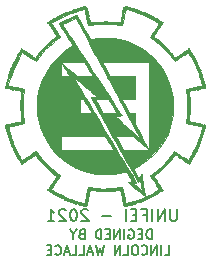
<source format=gbo>
G04 #@! TF.GenerationSoftware,KiCad,Pcbnew,(5.1.12)-1*
G04 #@! TF.CreationDate,2021-11-28T08:49:57-03:00*
G04 #@! TF.ProjectId,SHIELD_MEGA,53484945-4c44-45f4-9d45-47412e6b6963,rev?*
G04 #@! TF.SameCoordinates,Original*
G04 #@! TF.FileFunction,Legend,Bot*
G04 #@! TF.FilePolarity,Positive*
%FSLAX46Y46*%
G04 Gerber Fmt 4.6, Leading zero omitted, Abs format (unit mm)*
G04 Created by KiCad (PCBNEW (5.1.12)-1) date 2021-11-28 08:49:57*
%MOMM*%
%LPD*%
G01*
G04 APERTURE LIST*
%ADD10C,0.150000*%
%ADD11C,0.200000*%
%ADD12C,0.010000*%
%ADD13C,1.498000*%
%ADD14R,1.498000X1.498000*%
%ADD15O,1.700000X1.700000*%
%ADD16R,1.700000X1.700000*%
%ADD17O,1.727200X1.727200*%
%ADD18C,3.200000*%
%ADD19O,1.400000X0.900000*%
G04 APERTURE END LIST*
D10*
X119519238Y-90491904D02*
X119519238Y-89691904D01*
X119328761Y-89691904D01*
X119214476Y-89730000D01*
X119138285Y-89806190D01*
X119100190Y-89882380D01*
X119062095Y-90034761D01*
X119062095Y-90149047D01*
X119100190Y-90301428D01*
X119138285Y-90377619D01*
X119214476Y-90453809D01*
X119328761Y-90491904D01*
X119519238Y-90491904D01*
X118719238Y-90072857D02*
X118452571Y-90072857D01*
X118338285Y-90491904D02*
X118719238Y-90491904D01*
X118719238Y-89691904D01*
X118338285Y-89691904D01*
X117576380Y-89730000D02*
X117652571Y-89691904D01*
X117766857Y-89691904D01*
X117881142Y-89730000D01*
X117957333Y-89806190D01*
X117995428Y-89882380D01*
X118033523Y-90034761D01*
X118033523Y-90149047D01*
X117995428Y-90301428D01*
X117957333Y-90377619D01*
X117881142Y-90453809D01*
X117766857Y-90491904D01*
X117690666Y-90491904D01*
X117576380Y-90453809D01*
X117538285Y-90415714D01*
X117538285Y-90149047D01*
X117690666Y-90149047D01*
X117195428Y-90491904D02*
X117195428Y-89691904D01*
X116814476Y-90491904D02*
X116814476Y-89691904D01*
X116357333Y-90491904D01*
X116357333Y-89691904D01*
X115976380Y-90072857D02*
X115709714Y-90072857D01*
X115595428Y-90491904D02*
X115976380Y-90491904D01*
X115976380Y-89691904D01*
X115595428Y-89691904D01*
X115252571Y-90491904D02*
X115252571Y-89691904D01*
X115062095Y-89691904D01*
X114947809Y-89730000D01*
X114871619Y-89806190D01*
X114833523Y-89882380D01*
X114795428Y-90034761D01*
X114795428Y-90149047D01*
X114833523Y-90301428D01*
X114871619Y-90377619D01*
X114947809Y-90453809D01*
X115062095Y-90491904D01*
X115252571Y-90491904D01*
X113576380Y-90072857D02*
X113462095Y-90110952D01*
X113424000Y-90149047D01*
X113385904Y-90225238D01*
X113385904Y-90339523D01*
X113424000Y-90415714D01*
X113462095Y-90453809D01*
X113538285Y-90491904D01*
X113843047Y-90491904D01*
X113843047Y-89691904D01*
X113576380Y-89691904D01*
X113500190Y-89730000D01*
X113462095Y-89768095D01*
X113424000Y-89844285D01*
X113424000Y-89920476D01*
X113462095Y-89996666D01*
X113500190Y-90034761D01*
X113576380Y-90072857D01*
X113843047Y-90072857D01*
X112890666Y-90110952D02*
X112890666Y-90491904D01*
X113157333Y-89691904D02*
X112890666Y-90110952D01*
X112624000Y-89691904D01*
X120604952Y-91841904D02*
X120985904Y-91841904D01*
X120985904Y-91041904D01*
X120338285Y-91841904D02*
X120338285Y-91041904D01*
X119957333Y-91841904D02*
X119957333Y-91041904D01*
X119500190Y-91841904D01*
X119500190Y-91041904D01*
X118662095Y-91765714D02*
X118700190Y-91803809D01*
X118814476Y-91841904D01*
X118890666Y-91841904D01*
X119004952Y-91803809D01*
X119081142Y-91727619D01*
X119119238Y-91651428D01*
X119157333Y-91499047D01*
X119157333Y-91384761D01*
X119119238Y-91232380D01*
X119081142Y-91156190D01*
X119004952Y-91080000D01*
X118890666Y-91041904D01*
X118814476Y-91041904D01*
X118700190Y-91080000D01*
X118662095Y-91118095D01*
X118166857Y-91041904D02*
X118014476Y-91041904D01*
X117938285Y-91080000D01*
X117862095Y-91156190D01*
X117824000Y-91308571D01*
X117824000Y-91575238D01*
X117862095Y-91727619D01*
X117938285Y-91803809D01*
X118014476Y-91841904D01*
X118166857Y-91841904D01*
X118243047Y-91803809D01*
X118319238Y-91727619D01*
X118357333Y-91575238D01*
X118357333Y-91308571D01*
X118319238Y-91156190D01*
X118243047Y-91080000D01*
X118166857Y-91041904D01*
X117100190Y-91841904D02*
X117481142Y-91841904D01*
X117481142Y-91041904D01*
X116833523Y-91841904D02*
X116833523Y-91041904D01*
X116376380Y-91841904D01*
X116376380Y-91041904D01*
X115462095Y-91041904D02*
X115271619Y-91841904D01*
X115119238Y-91270476D01*
X114966857Y-91841904D01*
X114776380Y-91041904D01*
X114509714Y-91613333D02*
X114128761Y-91613333D01*
X114585904Y-91841904D02*
X114319238Y-91041904D01*
X114052571Y-91841904D01*
X113404952Y-91841904D02*
X113785904Y-91841904D01*
X113785904Y-91041904D01*
X112757333Y-91841904D02*
X113138285Y-91841904D01*
X113138285Y-91041904D01*
X112528761Y-91613333D02*
X112147809Y-91613333D01*
X112604952Y-91841904D02*
X112338285Y-91041904D01*
X112071619Y-91841904D01*
X111347809Y-91765714D02*
X111385904Y-91803809D01*
X111500190Y-91841904D01*
X111576380Y-91841904D01*
X111690666Y-91803809D01*
X111766857Y-91727619D01*
X111804952Y-91651428D01*
X111843047Y-91499047D01*
X111843047Y-91384761D01*
X111804952Y-91232380D01*
X111766857Y-91156190D01*
X111690666Y-91080000D01*
X111576380Y-91041904D01*
X111500190Y-91041904D01*
X111385904Y-91080000D01*
X111347809Y-91118095D01*
X111004952Y-91422857D02*
X110738285Y-91422857D01*
X110624000Y-91841904D02*
X111004952Y-91841904D01*
X111004952Y-91041904D01*
X110624000Y-91041904D01*
D11*
X121657380Y-87971380D02*
X121657380Y-88780904D01*
X121609761Y-88876142D01*
X121562142Y-88923761D01*
X121466904Y-88971380D01*
X121276428Y-88971380D01*
X121181190Y-88923761D01*
X121133571Y-88876142D01*
X121085952Y-88780904D01*
X121085952Y-87971380D01*
X120609761Y-88971380D02*
X120609761Y-87971380D01*
X120038333Y-88971380D01*
X120038333Y-87971380D01*
X119562142Y-88971380D02*
X119562142Y-87971380D01*
X118752619Y-88447571D02*
X119085952Y-88447571D01*
X119085952Y-88971380D02*
X119085952Y-87971380D01*
X118609761Y-87971380D01*
X118228809Y-88447571D02*
X117895476Y-88447571D01*
X117752619Y-88971380D02*
X118228809Y-88971380D01*
X118228809Y-87971380D01*
X117752619Y-87971380D01*
X117324047Y-88971380D02*
X117324047Y-87971380D01*
X116085952Y-88590428D02*
X115324047Y-88590428D01*
X114133571Y-88066619D02*
X114085952Y-88019000D01*
X113990714Y-87971380D01*
X113752619Y-87971380D01*
X113657380Y-88019000D01*
X113609761Y-88066619D01*
X113562142Y-88161857D01*
X113562142Y-88257095D01*
X113609761Y-88399952D01*
X114181190Y-88971380D01*
X113562142Y-88971380D01*
X112943095Y-87971380D02*
X112847857Y-87971380D01*
X112752619Y-88019000D01*
X112705000Y-88066619D01*
X112657380Y-88161857D01*
X112609761Y-88352333D01*
X112609761Y-88590428D01*
X112657380Y-88780904D01*
X112705000Y-88876142D01*
X112752619Y-88923761D01*
X112847857Y-88971380D01*
X112943095Y-88971380D01*
X113038333Y-88923761D01*
X113085952Y-88876142D01*
X113133571Y-88780904D01*
X113181190Y-88590428D01*
X113181190Y-88352333D01*
X113133571Y-88161857D01*
X113085952Y-88066619D01*
X113038333Y-88019000D01*
X112943095Y-87971380D01*
X112228809Y-88066619D02*
X112181190Y-88019000D01*
X112085952Y-87971380D01*
X111847857Y-87971380D01*
X111752619Y-88019000D01*
X111705000Y-88066619D01*
X111657380Y-88161857D01*
X111657380Y-88257095D01*
X111705000Y-88399952D01*
X112276428Y-88971380D01*
X111657380Y-88971380D01*
X110705000Y-88971380D02*
X111276428Y-88971380D01*
X110990714Y-88971380D02*
X110990714Y-87971380D01*
X111085952Y-88114238D01*
X111181190Y-88209476D01*
X111276428Y-88257095D01*
D12*
G36*
X113731720Y-70796933D02*
G01*
X113732946Y-70830861D01*
X113734998Y-70862651D01*
X113693111Y-70853356D01*
X113634445Y-70848624D01*
X113622666Y-70866000D01*
X113591542Y-70888053D01*
X113558627Y-70881102D01*
X113474320Y-70884351D01*
X113434562Y-70906345D01*
X113350030Y-70943825D01*
X113246059Y-70959816D01*
X113162841Y-70971242D01*
X113136563Y-70993950D01*
X113137349Y-70995453D01*
X113120906Y-71012591D01*
X113076713Y-71006412D01*
X112983645Y-71012969D01*
X112893359Y-71052841D01*
X112811196Y-71092477D01*
X112762037Y-71091926D01*
X112736154Y-71096365D01*
X112733666Y-71114800D01*
X112701414Y-71157765D01*
X112680750Y-71159173D01*
X112530166Y-71166370D01*
X112400684Y-71242082D01*
X112398049Y-71244356D01*
X112307825Y-71296284D01*
X112236460Y-71300662D01*
X112191685Y-71296020D01*
X112201804Y-71327304D01*
X112205284Y-71367526D01*
X112176998Y-71368532D01*
X112087649Y-71372370D01*
X111994977Y-71403675D01*
X111935579Y-71448039D01*
X111929333Y-71466049D01*
X111898256Y-71491482D01*
X111863634Y-71484848D01*
X111819935Y-71481889D01*
X111823800Y-71501485D01*
X111810582Y-71534433D01*
X111762498Y-71543334D01*
X111692379Y-71561613D01*
X111675333Y-71588165D01*
X111649398Y-71613448D01*
X111633000Y-71606833D01*
X111594053Y-71611594D01*
X111590666Y-71628000D01*
X111564879Y-71655606D01*
X111548333Y-71649167D01*
X111509386Y-71653928D01*
X111506000Y-71670333D01*
X111482054Y-71699636D01*
X111468463Y-71694465D01*
X111414573Y-71702896D01*
X111378613Y-71734300D01*
X111299396Y-71788177D01*
X111254799Y-71797334D01*
X111172907Y-71824698D01*
X111092419Y-71882000D01*
X111013527Y-71943295D01*
X110959540Y-71966667D01*
X110906080Y-71998982D01*
X110874391Y-72040750D01*
X110839920Y-72083730D01*
X110829954Y-72074992D01*
X110807389Y-72072341D01*
X110762027Y-72117326D01*
X110723632Y-72158138D01*
X110726235Y-72140043D01*
X110734252Y-72101218D01*
X110710056Y-72109648D01*
X110681170Y-72168315D01*
X110686785Y-72200613D01*
X110726664Y-72242545D01*
X110748436Y-72239092D01*
X110780980Y-72251264D01*
X110786333Y-72281668D01*
X110808435Y-72339590D01*
X110828666Y-72347667D01*
X110865900Y-72371521D01*
X110865987Y-72379417D01*
X110866348Y-72465552D01*
X110893799Y-72502283D01*
X110910285Y-72497717D01*
X110951688Y-72511840D01*
X110977071Y-72560083D01*
X111024770Y-72651159D01*
X111102244Y-72752088D01*
X111105603Y-72755744D01*
X111172153Y-72835516D01*
X111202889Y-72888202D01*
X111203138Y-72891963D01*
X111206999Y-72980233D01*
X111242775Y-73006317D01*
X111259194Y-72999387D01*
X111291032Y-72997341D01*
X111281884Y-73038714D01*
X111279849Y-73093311D01*
X111304375Y-73098576D01*
X111348500Y-73127682D01*
X111395126Y-73212425D01*
X111404089Y-73236667D01*
X111432617Y-73335257D01*
X111424503Y-73380739D01*
X111376326Y-73398109D01*
X111309811Y-73432990D01*
X111205587Y-73513020D01*
X111084347Y-73622053D01*
X111064330Y-73641526D01*
X110947899Y-73750959D01*
X110851507Y-73832182D01*
X110792893Y-73870461D01*
X110787241Y-73871667D01*
X110753819Y-73903311D01*
X110754583Y-73922659D01*
X110736678Y-73971079D01*
X110720734Y-73975576D01*
X110670159Y-74005793D01*
X110581621Y-74082411D01*
X110472475Y-74187734D01*
X110360076Y-74304069D01*
X110261780Y-74413719D01*
X110194942Y-74498989D01*
X110177886Y-74529062D01*
X110135851Y-74573844D01*
X110109000Y-74570167D01*
X110061763Y-74580802D01*
X110036676Y-74620400D01*
X109980147Y-74709196D01*
X109928941Y-74760722D01*
X109862711Y-74836331D01*
X109840625Y-74887722D01*
X109812949Y-74948609D01*
X109756764Y-75025679D01*
X109690583Y-75098915D01*
X109632917Y-75148304D01*
X109602277Y-75153832D01*
X109601000Y-75146801D01*
X109565847Y-75096626D01*
X109495166Y-75057000D01*
X109416688Y-75013303D01*
X109389333Y-74974871D01*
X109373674Y-74951167D01*
X109347000Y-74951167D01*
X109325833Y-74972334D01*
X109304666Y-74951167D01*
X109325833Y-74930000D01*
X109347000Y-74951167D01*
X109373674Y-74951167D01*
X109356171Y-74924672D01*
X109299558Y-74884933D01*
X109237128Y-74857659D01*
X109232231Y-74879341D01*
X109239197Y-74894027D01*
X109239916Y-74909912D01*
X109201972Y-74868992D01*
X109152532Y-74821466D01*
X109134046Y-74826659D01*
X109116406Y-74829483D01*
X109089609Y-74792417D01*
X109027199Y-74730928D01*
X108986552Y-74718334D01*
X108921544Y-74684723D01*
X108879576Y-74630383D01*
X108861843Y-74612500D01*
X108839000Y-74612500D01*
X108817833Y-74633667D01*
X108796666Y-74612500D01*
X108817833Y-74591334D01*
X108839000Y-74612500D01*
X108861843Y-74612500D01*
X108818060Y-74568348D01*
X108770054Y-74566399D01*
X108728339Y-74568652D01*
X108731358Y-74551927D01*
X108711621Y-74515697D01*
X108632930Y-74473943D01*
X108606166Y-74464334D01*
X108512500Y-74420502D01*
X108482521Y-74376824D01*
X108485318Y-74369714D01*
X108486934Y-74344463D01*
X108463850Y-74354884D01*
X108433024Y-74405547D01*
X108438641Y-74424925D01*
X108434099Y-74461857D01*
X108421018Y-74464334D01*
X108377380Y-74499627D01*
X108349136Y-74559584D01*
X108296686Y-74656714D01*
X108216900Y-74750270D01*
X108153718Y-74825491D01*
X108136834Y-74880944D01*
X108138381Y-74884238D01*
X108131369Y-74930729D01*
X108119177Y-74937108D01*
X108079301Y-74985211D01*
X108055833Y-75057000D01*
X108025215Y-75142324D01*
X107992489Y-75176893D01*
X107968081Y-75217102D01*
X107973401Y-75229949D01*
X107965584Y-75265994D01*
X107950000Y-75268667D01*
X107922394Y-75294454D01*
X107928833Y-75311000D01*
X107925477Y-75350010D01*
X107910165Y-75353333D01*
X107870406Y-75387582D01*
X107865333Y-75416834D01*
X107838756Y-75473108D01*
X107815944Y-75480333D01*
X107787480Y-75497326D01*
X107794410Y-75508188D01*
X107795597Y-75559091D01*
X107775116Y-75592855D01*
X107749004Y-75640339D01*
X107757340Y-75649667D01*
X107755606Y-75674025D01*
X107719801Y-75716580D01*
X107677446Y-75786333D01*
X107679868Y-75827146D01*
X107680835Y-75885800D01*
X107669673Y-75897817D01*
X107607862Y-75969087D01*
X107561511Y-76064626D01*
X107547044Y-76146713D01*
X107552940Y-76165930D01*
X107556461Y-76192847D01*
X107529762Y-76180747D01*
X107491767Y-76179139D01*
X107491469Y-76231203D01*
X107477367Y-76330871D01*
X107447397Y-76383997D01*
X107413801Y-76438668D01*
X107420518Y-76454000D01*
X107422187Y-76484098D01*
X107384028Y-76557245D01*
X107379561Y-76564155D01*
X107333733Y-76665421D01*
X107326663Y-76748027D01*
X107321603Y-76832607D01*
X107284454Y-76946885D01*
X107273922Y-76969805D01*
X107229796Y-77090734D01*
X107214650Y-77196139D01*
X107215853Y-77209266D01*
X107212950Y-77281058D01*
X107193605Y-77300667D01*
X107173432Y-77335893D01*
X107177639Y-77406500D01*
X107180468Y-77485160D01*
X107161185Y-77512334D01*
X107133083Y-77548429D01*
X107124500Y-77612875D01*
X107132414Y-77671927D01*
X107168463Y-77705818D01*
X107251108Y-77721988D01*
X107398807Y-77727881D01*
X107410250Y-77728072D01*
X107473396Y-77752818D01*
X107484981Y-77779548D01*
X107501606Y-77795956D01*
X107526666Y-77766334D01*
X107560123Y-77729522D01*
X107568352Y-77758603D01*
X107599026Y-77795128D01*
X107658968Y-77785818D01*
X107721045Y-77775622D01*
X107716730Y-77809372D01*
X107716454Y-77809819D01*
X107715093Y-77843992D01*
X107780658Y-77847531D01*
X107814751Y-77843181D01*
X107898798Y-77838325D01*
X107927719Y-77852291D01*
X107926690Y-77854467D01*
X107950054Y-77875300D01*
X108032102Y-77885881D01*
X108045343Y-77886139D01*
X108170568Y-77894203D01*
X108287073Y-77912467D01*
X108358964Y-77935099D01*
X108362750Y-77937720D01*
X108407872Y-77949748D01*
X108426250Y-77952264D01*
X108456414Y-77966303D01*
X108470035Y-78010049D01*
X108467528Y-78099091D01*
X108449306Y-78249021D01*
X108436485Y-78337834D01*
X108423756Y-78474508D01*
X108414461Y-78675670D01*
X108408600Y-78921210D01*
X108406173Y-79191018D01*
X108407180Y-79464985D01*
X108411620Y-79723002D01*
X108419495Y-79944958D01*
X108430804Y-80110745D01*
X108436485Y-80158167D01*
X108461458Y-80339668D01*
X108470898Y-80453454D01*
X108464390Y-80515117D01*
X108441521Y-80540246D01*
X108426250Y-80543737D01*
X108361241Y-80556789D01*
X108352166Y-80560334D01*
X108296535Y-80572498D01*
X108256916Y-80576857D01*
X108164009Y-80599258D01*
X108133737Y-80614036D01*
X108055807Y-80626974D01*
X108010376Y-80616777D01*
X107959386Y-80609264D01*
X107965171Y-80635299D01*
X107957340Y-80663402D01*
X107876985Y-80662648D01*
X107838533Y-80657052D01*
X107737070Y-80648924D01*
X107705865Y-80667150D01*
X107708621Y-80673507D01*
X107695070Y-80703318D01*
X107642684Y-80708471D01*
X107532752Y-80722693D01*
X107453313Y-80752373D01*
X107335529Y-80786247D01*
X107236697Y-80789182D01*
X107146007Y-80802716D01*
X107119827Y-80866800D01*
X107160941Y-80974036D01*
X107164795Y-80980369D01*
X107178663Y-81018945D01*
X107152207Y-81008876D01*
X107110624Y-81013006D01*
X107103333Y-81047167D01*
X107124575Y-81092312D01*
X107152861Y-81085054D01*
X107184651Y-81083002D01*
X107175356Y-81124889D01*
X107170623Y-81183555D01*
X107188000Y-81195334D01*
X107211763Y-81225712D01*
X107206511Y-81250488D01*
X107208962Y-81321233D01*
X107240624Y-81431790D01*
X107256891Y-81472738D01*
X107301145Y-81607901D01*
X107321144Y-81733468D01*
X107320966Y-81757290D01*
X107335247Y-81854652D01*
X107373573Y-81897801D01*
X107420493Y-81953236D01*
X107423335Y-81991128D01*
X107441932Y-82080403D01*
X107466075Y-82114457D01*
X107501305Y-82196717D01*
X107498444Y-82246611D01*
X107509523Y-82337166D01*
X107547145Y-82395098D01*
X107606137Y-82485939D01*
X107622720Y-82546643D01*
X107644296Y-82602458D01*
X107669648Y-82603623D01*
X107691756Y-82612082D01*
X107682512Y-82651088D01*
X107676028Y-82700428D01*
X107696485Y-82697867D01*
X107730128Y-82711088D01*
X107747071Y-82780757D01*
X107743346Y-82856917D01*
X107770961Y-82887106D01*
X107785196Y-82888667D01*
X107813043Y-82919632D01*
X107806847Y-82954366D01*
X107803889Y-82998065D01*
X107823485Y-82994200D01*
X107856433Y-83007418D01*
X107865333Y-83055502D01*
X107883613Y-83125621D01*
X107910165Y-83142667D01*
X107935448Y-83168602D01*
X107928833Y-83185000D01*
X107935462Y-83223524D01*
X107954557Y-83227334D01*
X107986392Y-83242814D01*
X107980238Y-83253540D01*
X107984357Y-83299796D01*
X108015905Y-83341619D01*
X108057179Y-83406089D01*
X108056465Y-83437977D01*
X108070054Y-83479651D01*
X108101093Y-83497765D01*
X108144680Y-83539719D01*
X108140685Y-83565701D01*
X108145157Y-83604862D01*
X108161666Y-83608334D01*
X108189626Y-83633961D01*
X108183530Y-83649539D01*
X108192841Y-83703859D01*
X108244532Y-83764780D01*
X108310140Y-83847793D01*
X108331000Y-83915404D01*
X108361613Y-83992678D01*
X108394257Y-84016265D01*
X108438169Y-84054732D01*
X108435899Y-84075511D01*
X108446117Y-84123725D01*
X108467893Y-84141362D01*
X108498809Y-84151164D01*
X108490595Y-84138077D01*
X108508049Y-84103564D01*
X108585389Y-84050123D01*
X108670511Y-84006237D01*
X108742541Y-83968167D01*
X108415666Y-83968167D01*
X108394500Y-83989334D01*
X108373333Y-83968167D01*
X108394500Y-83947000D01*
X108415666Y-83968167D01*
X108742541Y-83968167D01*
X108786989Y-83944675D01*
X108863554Y-83889639D01*
X108867687Y-83883500D01*
X108839000Y-83883500D01*
X108817833Y-83904667D01*
X108796666Y-83883500D01*
X108817833Y-83862334D01*
X108839000Y-83883500D01*
X108867687Y-83883500D01*
X108881333Y-83863233D01*
X108916411Y-83816260D01*
X108987166Y-83777667D01*
X109065710Y-83732594D01*
X109093000Y-83691550D01*
X109118873Y-83665291D01*
X109135333Y-83671834D01*
X109174280Y-83667073D01*
X109177666Y-83650667D01*
X109203233Y-83622576D01*
X109218456Y-83628546D01*
X109274161Y-83620260D01*
X109345456Y-83567544D01*
X109370973Y-83544834D01*
X109347000Y-83544834D01*
X109325833Y-83566000D01*
X109304666Y-83544834D01*
X109325833Y-83523667D01*
X109347000Y-83544834D01*
X109370973Y-83544834D01*
X109406319Y-83513377D01*
X109431666Y-83504131D01*
X109431666Y-83504149D01*
X109457970Y-83495530D01*
X109521537Y-83443228D01*
X109524316Y-83440649D01*
X109618196Y-83373827D01*
X109692496Y-83356686D01*
X109727388Y-83392930D01*
X109728000Y-83402583D01*
X109757700Y-83465496D01*
X109802083Y-83511556D01*
X109836746Y-83545975D01*
X109814924Y-83540329D01*
X109796798Y-83548360D01*
X109827101Y-83609615D01*
X109851942Y-83646373D01*
X109929002Y-83740574D01*
X109996435Y-83800538D01*
X110008192Y-83806620D01*
X110050313Y-83841592D01*
X110048854Y-83856906D01*
X110067404Y-83898459D01*
X110134245Y-83971533D01*
X110177874Y-84011220D01*
X110251601Y-84075550D01*
X110316880Y-84135237D01*
X110387623Y-84204113D01*
X110477738Y-84296011D01*
X110601137Y-84424767D01*
X110730537Y-84560834D01*
X110834691Y-84667927D01*
X110907076Y-84737274D01*
X110936971Y-84758854D01*
X110934319Y-84751334D01*
X110938199Y-84741712D01*
X110988033Y-84784519D01*
X111042680Y-84839238D01*
X111160249Y-84948491D01*
X111282060Y-85042777D01*
X111320583Y-85067366D01*
X111414681Y-85141869D01*
X111433440Y-85216942D01*
X111432062Y-85222878D01*
X111399661Y-85288278D01*
X111377007Y-85301667D01*
X111344610Y-85337617D01*
X111328022Y-85396917D01*
X111297561Y-85466821D01*
X111261578Y-85481584D01*
X111212899Y-85504957D01*
X111202261Y-85590093D01*
X111204653Y-85608584D01*
X111177703Y-85639333D01*
X111167333Y-85640334D01*
X111129429Y-85674470D01*
X111125000Y-85701730D01*
X111091977Y-85772991D01*
X111057707Y-85800785D01*
X110996664Y-85851886D01*
X110983623Y-85876972D01*
X110952716Y-85906655D01*
X110946607Y-85905425D01*
X110933442Y-85928197D01*
X110943217Y-85965286D01*
X110948908Y-86012652D01*
X110920527Y-86004613D01*
X110876589Y-86008225D01*
X110862087Y-86076968D01*
X110865987Y-86116584D01*
X110839037Y-86147333D01*
X110828666Y-86148334D01*
X110791514Y-86182791D01*
X110786333Y-86214332D01*
X110767794Y-86259550D01*
X110748436Y-86256908D01*
X110703436Y-86267953D01*
X110686785Y-86295388D01*
X110690861Y-86365565D01*
X110710056Y-86386352D01*
X110736874Y-86389309D01*
X110722450Y-86355958D01*
X110724845Y-86344247D01*
X110772286Y-86386016D01*
X110798554Y-86412917D01*
X110883095Y-86488903D01*
X110950505Y-86527947D01*
X110959562Y-86529334D01*
X111024962Y-86560010D01*
X111056833Y-86593328D01*
X111133469Y-86650975D01*
X111209527Y-86677575D01*
X111294874Y-86708014D01*
X111329471Y-86740581D01*
X111377892Y-86775898D01*
X111427359Y-86783334D01*
X111484940Y-86801045D01*
X111480387Y-86832861D01*
X111478335Y-86864651D01*
X111520222Y-86855356D01*
X111578795Y-86852288D01*
X111590666Y-86871827D01*
X111616680Y-86895871D01*
X111633000Y-86889167D01*
X111672009Y-86892523D01*
X111675333Y-86907835D01*
X111710358Y-86945510D01*
X111751533Y-86952667D01*
X111846811Y-86980730D01*
X111880650Y-87005584D01*
X111947494Y-87054491D01*
X111973783Y-87063792D01*
X112053592Y-87073753D01*
X112058832Y-87074375D01*
X112082016Y-87106240D01*
X112073054Y-87129194D01*
X112071002Y-87160984D01*
X112112889Y-87151690D01*
X112172024Y-87150187D01*
X112183333Y-87172718D01*
X112200579Y-87199976D01*
X112210994Y-87193117D01*
X112260630Y-87195807D01*
X112351095Y-87236113D01*
X112384952Y-87255872D01*
X112511454Y-87314508D01*
X112634509Y-87342430D01*
X112652889Y-87342830D01*
X112748799Y-87352702D01*
X112798929Y-87378852D01*
X112856993Y-87411976D01*
X112905498Y-87418334D01*
X112972952Y-87434440D01*
X112987666Y-87455729D01*
X113022899Y-87495248D01*
X113072392Y-87515281D01*
X113130743Y-87519516D01*
X113135833Y-87503000D01*
X113151485Y-87484439D01*
X113199275Y-87490719D01*
X113267957Y-87525285D01*
X113284000Y-87552769D01*
X113309822Y-87574247D01*
X113323408Y-87568308D01*
X113378137Y-87572703D01*
X113387090Y-87583229D01*
X113443093Y-87609182D01*
X113515836Y-87611037D01*
X113585830Y-87614302D01*
X113598216Y-87635314D01*
X113618869Y-87653609D01*
X113698304Y-87652135D01*
X113715812Y-87649720D01*
X113800775Y-87639536D01*
X113810264Y-87649287D01*
X113770833Y-87672334D01*
X113728630Y-87699077D01*
X113755858Y-87703846D01*
X113831246Y-87693868D01*
X113936644Y-87676250D01*
X113987129Y-87649335D01*
X114010030Y-87586231D01*
X114024755Y-87503445D01*
X114051566Y-87392298D01*
X114082321Y-87317562D01*
X114084719Y-87314231D01*
X114109053Y-87239514D01*
X114110797Y-87174917D01*
X114119449Y-87100873D01*
X114143033Y-87079667D01*
X114164082Y-87043814D01*
X114158779Y-86955806D01*
X114157762Y-86950562D01*
X114149884Y-86864402D01*
X114171537Y-86845991D01*
X114173152Y-86846928D01*
X114196438Y-86839347D01*
X114188946Y-86806160D01*
X114188774Y-86719425D01*
X114205160Y-86687544D01*
X114235520Y-86602352D01*
X114234834Y-86561252D01*
X114242514Y-86486698D01*
X114259588Y-86464646D01*
X114279325Y-86411650D01*
X114272455Y-86379811D01*
X114261274Y-86348644D01*
X114265690Y-86329891D01*
X114299521Y-86323310D01*
X114376585Y-86328661D01*
X114510702Y-86345701D01*
X114702166Y-86372306D01*
X114920134Y-86394562D01*
X115186162Y-86409267D01*
X115479139Y-86416505D01*
X115777954Y-86416355D01*
X116061496Y-86408900D01*
X116308654Y-86394221D01*
X116498317Y-86372401D01*
X116537353Y-86365208D01*
X116697094Y-86343276D01*
X116813194Y-86349463D01*
X116870032Y-86382038D01*
X116872629Y-86402334D01*
X116878159Y-86453404D01*
X116896462Y-86555076D01*
X116904104Y-86592834D01*
X116930804Y-86719265D01*
X116948422Y-86794901D01*
X116964521Y-86851960D01*
X116966194Y-86857417D01*
X116970906Y-86919661D01*
X116968295Y-87005584D01*
X116977686Y-87089782D01*
X117008641Y-87122000D01*
X117036313Y-87147998D01*
X117029354Y-87166188D01*
X117027720Y-87233736D01*
X117043360Y-87261438D01*
X117075781Y-87341581D01*
X117084881Y-87418334D01*
X117102419Y-87572991D01*
X117163764Y-87662781D01*
X117283131Y-87702163D01*
X117369166Y-87707472D01*
X117453833Y-87708716D01*
X117369166Y-87668772D01*
X117320790Y-87642260D01*
X117345955Y-87638104D01*
X117400916Y-87644710D01*
X117484897Y-87646278D01*
X117517333Y-87628608D01*
X117553286Y-87603504D01*
X117612583Y-87596308D01*
X117762181Y-87580140D01*
X117906781Y-87522521D01*
X117935192Y-87507324D01*
X117998997Y-87480235D01*
X118010556Y-87492661D01*
X118025208Y-87516299D01*
X118093592Y-87512452D01*
X118182887Y-87477599D01*
X118222660Y-87436976D01*
X118228891Y-87432445D01*
X118180555Y-87432445D01*
X118174744Y-87457612D01*
X118152333Y-87460667D01*
X118117488Y-87445178D01*
X118124111Y-87432445D01*
X118174351Y-87427378D01*
X118180555Y-87432445D01*
X118228891Y-87432445D01*
X118275432Y-87398603D01*
X118325015Y-87397812D01*
X118391225Y-87395664D01*
X118406333Y-87378099D01*
X118440055Y-87334288D01*
X118472032Y-87317514D01*
X118516308Y-87313564D01*
X118514307Y-87330204D01*
X118528048Y-87351523D01*
X118575132Y-87346073D01*
X118633132Y-87313834D01*
X118636492Y-87287006D01*
X118645840Y-87266263D01*
X118672519Y-87272578D01*
X118745287Y-87263054D01*
X118783646Y-87232276D01*
X118857801Y-87191390D01*
X118903206Y-87195211D01*
X118948377Y-87199130D01*
X118942688Y-87175963D01*
X118950333Y-87125433D01*
X118980275Y-87105754D01*
X119023753Y-87102920D01*
X119020166Y-87122000D01*
X119027545Y-87145515D01*
X119060301Y-87138153D01*
X119117705Y-87095364D01*
X119126000Y-87072639D01*
X119152203Y-87051588D01*
X119168333Y-87058500D01*
X119207228Y-87052610D01*
X119210666Y-87035303D01*
X119241517Y-87005311D01*
X119276365Y-87011153D01*
X119320065Y-87014111D01*
X119316200Y-86994515D01*
X119329417Y-86961567D01*
X119377501Y-86952667D01*
X119447637Y-86935395D01*
X119464666Y-86910333D01*
X119488520Y-86873100D01*
X119496416Y-86873013D01*
X119591187Y-86874890D01*
X119650816Y-86853417D01*
X119655166Y-86825667D01*
X119663756Y-86788616D01*
X119689818Y-86783334D01*
X119766972Y-86753381D01*
X119801245Y-86722350D01*
X119869250Y-86680662D01*
X119906489Y-86682331D01*
X119966926Y-86667236D01*
X120010460Y-86635167D01*
X119972666Y-86635167D01*
X119951500Y-86656334D01*
X119930333Y-86635167D01*
X119951500Y-86614000D01*
X119972666Y-86635167D01*
X120010460Y-86635167D01*
X120052501Y-86604199D01*
X120083173Y-86573981D01*
X120176809Y-86492475D01*
X120260774Y-86447655D01*
X120279446Y-86444667D01*
X120342330Y-86423575D01*
X120353666Y-86399835D01*
X120379180Y-86373665D01*
X120393075Y-86379359D01*
X120446604Y-86372685D01*
X120463116Y-86354150D01*
X120468816Y-86324459D01*
X120444874Y-86334791D01*
X120402969Y-86330901D01*
X120396000Y-86298999D01*
X120372618Y-86241098D01*
X120351168Y-86233000D01*
X120325974Y-86207025D01*
X120332685Y-86190368D01*
X120324020Y-86141604D01*
X120295523Y-86123364D01*
X120251407Y-86073623D01*
X120253790Y-86042243D01*
X120243209Y-86000167D01*
X120226666Y-86000167D01*
X120205500Y-86021334D01*
X120184333Y-86000167D01*
X120205500Y-85979000D01*
X120226666Y-86000167D01*
X120243209Y-86000167D01*
X120238459Y-85981281D01*
X120187617Y-85938424D01*
X120118586Y-85878586D01*
X120099666Y-85831448D01*
X120066778Y-85762569D01*
X120025583Y-85728391D01*
X119982603Y-85693920D01*
X119991341Y-85683954D01*
X119993992Y-85661389D01*
X119949008Y-85616028D01*
X119907457Y-85577146D01*
X119923973Y-85578803D01*
X119959361Y-85587376D01*
X119945263Y-85541936D01*
X119933067Y-85518442D01*
X119913159Y-85492167D01*
X119888000Y-85492167D01*
X119866833Y-85513334D01*
X119845666Y-85492167D01*
X119866833Y-85471000D01*
X119888000Y-85492167D01*
X119913159Y-85492167D01*
X119880374Y-85448899D01*
X119843129Y-85428667D01*
X119798752Y-85393651D01*
X119761000Y-85322834D01*
X119714795Y-85244238D01*
X119671608Y-85217000D01*
X119661486Y-85195044D01*
X119699965Y-85141669D01*
X119767440Y-85075617D01*
X119844303Y-85015627D01*
X119910947Y-84980440D01*
X119921685Y-84977974D01*
X119991767Y-84941113D01*
X120082272Y-84861289D01*
X120094322Y-84848135D01*
X120050509Y-84848135D01*
X120040209Y-84871793D01*
X119997584Y-84917239D01*
X119973079Y-84907917D01*
X119972666Y-84901999D01*
X120002735Y-84866192D01*
X120021541Y-84853124D01*
X120050509Y-84848135D01*
X120094322Y-84848135D01*
X120113020Y-84827726D01*
X120177169Y-84758041D01*
X120204419Y-84738222D01*
X120200074Y-84751254D01*
X120214985Y-84745910D01*
X120278882Y-84688128D01*
X120382453Y-84586867D01*
X120516383Y-84451086D01*
X120574149Y-84391421D01*
X120828339Y-84126836D01*
X121027455Y-83917621D01*
X121175854Y-83758844D01*
X121216098Y-83714167D01*
X121200333Y-83714167D01*
X121179166Y-83735334D01*
X121158000Y-83714167D01*
X121179166Y-83693000D01*
X121200333Y-83714167D01*
X121216098Y-83714167D01*
X121277891Y-83645570D01*
X121337924Y-83572866D01*
X121360308Y-83535800D01*
X121349401Y-83529439D01*
X121326554Y-83539415D01*
X121304509Y-83543777D01*
X121337916Y-83511556D01*
X121397135Y-83443674D01*
X121412000Y-83402583D01*
X121437525Y-83359434D01*
X121517703Y-83370405D01*
X121627153Y-83419636D01*
X121705376Y-83473801D01*
X121730590Y-83520411D01*
X121728685Y-83524985D01*
X121737943Y-83546299D01*
X121776579Y-83537155D01*
X121826140Y-83530027D01*
X121818613Y-83558806D01*
X121822279Y-83602919D01*
X121892799Y-83617553D01*
X121926037Y-83614862D01*
X121972091Y-83638546D01*
X122050019Y-83701296D01*
X122064628Y-83714595D01*
X122146812Y-83786446D01*
X122202511Y-83827485D01*
X122206758Y-83829496D01*
X122227888Y-83869874D01*
X122227424Y-83871393D01*
X122250196Y-83884558D01*
X122287286Y-83874783D01*
X122334652Y-83869092D01*
X122326613Y-83897473D01*
X122330225Y-83941411D01*
X122398967Y-83955913D01*
X122438583Y-83952013D01*
X122469333Y-83978963D01*
X122470333Y-83989334D01*
X122503280Y-84029472D01*
X122518583Y-84031667D01*
X122580959Y-84062399D01*
X122617954Y-84101580D01*
X122665402Y-84146065D01*
X122702748Y-84117007D01*
X122703245Y-84116206D01*
X122713636Y-84080249D01*
X122677957Y-84092300D01*
X122664283Y-84092077D01*
X122708513Y-84050487D01*
X122719838Y-84041149D01*
X122782912Y-83971361D01*
X122783635Y-83968167D01*
X122766666Y-83968167D01*
X122745500Y-83989334D01*
X122724333Y-83968167D01*
X122745500Y-83947000D01*
X122766666Y-83968167D01*
X122783635Y-83968167D01*
X122795273Y-83916797D01*
X122794582Y-83915587D01*
X122804109Y-83860798D01*
X122861422Y-83780031D01*
X122878933Y-83761612D01*
X122943181Y-83690725D01*
X122964705Y-83652708D01*
X122961290Y-83650667D01*
X122965787Y-83624532D01*
X123015967Y-83561311D01*
X123019017Y-83558018D01*
X123082077Y-83465875D01*
X123105333Y-83388684D01*
X123125824Y-83324370D01*
X123150165Y-83312000D01*
X123175448Y-83286065D01*
X123168833Y-83269667D01*
X123173594Y-83230720D01*
X123190000Y-83227334D01*
X123217606Y-83201546D01*
X123211167Y-83185000D01*
X123214523Y-83145991D01*
X123229835Y-83142667D01*
X123269594Y-83108418D01*
X123274666Y-83079167D01*
X123297525Y-83022831D01*
X123317000Y-83015667D01*
X123354233Y-82991813D01*
X123354320Y-82983917D01*
X123359612Y-82920417D01*
X123396375Y-82738002D01*
X123421348Y-82693991D01*
X123443515Y-82697867D01*
X123466879Y-82690696D01*
X123457488Y-82651088D01*
X123451009Y-82601902D01*
X123470158Y-82603504D01*
X123502707Y-82587038D01*
X123519702Y-82519853D01*
X123552737Y-82416505D01*
X123599061Y-82359693D01*
X123626816Y-82317167D01*
X123613333Y-82317167D01*
X123592166Y-82338334D01*
X123571000Y-82317167D01*
X123592166Y-82296000D01*
X123613333Y-82317167D01*
X123626816Y-82317167D01*
X123646940Y-82286334D01*
X123643177Y-82239847D01*
X123647312Y-82154792D01*
X123671955Y-82116426D01*
X123714243Y-82031387D01*
X123716143Y-81987572D01*
X123735048Y-81898897D01*
X123769265Y-81849783D01*
X123811917Y-81773995D01*
X123811138Y-81728272D01*
X123816534Y-81652668D01*
X123851761Y-81581193D01*
X123888530Y-81515430D01*
X123885717Y-81491667D01*
X123881648Y-81465825D01*
X123899161Y-81438750D01*
X123926464Y-81357425D01*
X123925384Y-81288006D01*
X123927092Y-81221608D01*
X123951235Y-81216027D01*
X123975549Y-81200113D01*
X123973453Y-81114170D01*
X123971720Y-81102188D01*
X123962008Y-81019029D01*
X123972016Y-81012502D01*
X123990443Y-81047167D01*
X124014911Y-81085021D01*
X124024519Y-81054056D01*
X124023002Y-80960976D01*
X124013600Y-80852605D01*
X123986733Y-80807328D01*
X123925039Y-80803570D01*
X123899083Y-80807031D01*
X123808622Y-80804024D01*
X123782666Y-80772276D01*
X123752184Y-80739563D01*
X123720522Y-80744455D01*
X123653647Y-80746000D01*
X123635673Y-80731566D01*
X123581014Y-80707691D01*
X123507318Y-80706426D01*
X123428290Y-80700968D01*
X123401666Y-80676220D01*
X123365600Y-80653741D01*
X123274711Y-80659813D01*
X123272562Y-80660238D01*
X123185224Y-80669461D01*
X123169135Y-80645786D01*
X123173673Y-80637169D01*
X123174925Y-80606360D01*
X123129624Y-80616777D01*
X123042339Y-80626044D01*
X123006263Y-80614036D01*
X122921939Y-80582944D01*
X122883083Y-80576857D01*
X122808202Y-80566381D01*
X122787833Y-80560334D01*
X122731038Y-80546099D01*
X122713750Y-80543737D01*
X122685256Y-80532385D01*
X122671198Y-80496080D01*
X122671224Y-80419230D01*
X122684981Y-80286246D01*
X122704544Y-80137000D01*
X122717057Y-79995095D01*
X122726153Y-79791923D01*
X122731849Y-79546889D01*
X122734164Y-79279401D01*
X122733113Y-79008865D01*
X122728714Y-78754685D01*
X122720984Y-78536269D01*
X122709940Y-78373022D01*
X122702940Y-78316667D01*
X122676681Y-78139727D01*
X122668751Y-78030283D01*
X122679603Y-77973074D01*
X122709688Y-77952839D01*
X122713750Y-77952264D01*
X122778758Y-77939211D01*
X122787833Y-77935667D01*
X122843342Y-77922010D01*
X122883083Y-77916136D01*
X122988630Y-77890700D01*
X123029223Y-77875343D01*
X123115773Y-77863355D01*
X123152180Y-77874956D01*
X123183419Y-77881943D01*
X123174425Y-77860049D01*
X123183724Y-77832409D01*
X123267131Y-77833893D01*
X123301466Y-77838948D01*
X123402432Y-77848735D01*
X123432826Y-77831376D01*
X123426025Y-77813831D01*
X123427185Y-77779948D01*
X123500001Y-77782509D01*
X123500510Y-77782601D01*
X123589470Y-77788468D01*
X123630833Y-77777056D01*
X123689767Y-77753116D01*
X123796879Y-77731272D01*
X123915808Y-77718307D01*
X123952000Y-77717130D01*
X123997550Y-77686090D01*
X124020048Y-77586420D01*
X124023002Y-77540454D01*
X124024069Y-77438466D01*
X124013244Y-77412698D01*
X123990666Y-77448834D01*
X123964238Y-77497159D01*
X123962450Y-77486199D01*
X123770025Y-77486199D01*
X123766321Y-77500457D01*
X123718742Y-77516332D01*
X123603064Y-77544672D01*
X123434353Y-77582072D01*
X123227675Y-77625123D01*
X123117338Y-77647203D01*
X122895308Y-77691433D01*
X122701561Y-77730741D01*
X122551883Y-77761871D01*
X122462061Y-77781564D01*
X122444978Y-77785954D01*
X122423632Y-77825016D01*
X122429297Y-77926056D01*
X122455961Y-78069468D01*
X122495481Y-78317593D01*
X122523655Y-78625934D01*
X122539969Y-78970738D01*
X122543905Y-79328250D01*
X122534949Y-79674716D01*
X122512585Y-79986381D01*
X122499944Y-80094667D01*
X122473038Y-80292997D01*
X122448963Y-80463428D01*
X122430508Y-80586646D01*
X122420996Y-80641272D01*
X122435888Y-80669004D01*
X122499252Y-80699626D01*
X122619821Y-80735744D01*
X122806325Y-80779965D01*
X123067495Y-80834892D01*
X123074620Y-80836337D01*
X123301823Y-80883479D01*
X123498838Y-80926462D01*
X123651136Y-80961951D01*
X123744186Y-80986605D01*
X123765936Y-80995158D01*
X123766992Y-81046580D01*
X123745118Y-81162253D01*
X123704776Y-81326316D01*
X123650427Y-81522908D01*
X123586533Y-81736167D01*
X123517557Y-81950231D01*
X123447961Y-82149239D01*
X123421430Y-82219824D01*
X123315656Y-82476697D01*
X123188197Y-82758425D01*
X123048722Y-83045962D01*
X122906903Y-83320266D01*
X122772409Y-83562294D01*
X122654913Y-83753001D01*
X122610786Y-83816158D01*
X122572975Y-83800464D01*
X122478243Y-83745376D01*
X122339779Y-83658969D01*
X122170773Y-83549314D01*
X122121397Y-83516622D01*
X121934666Y-83392586D01*
X121764075Y-83279486D01*
X121626825Y-83188712D01*
X121540117Y-83131654D01*
X121532127Y-83126443D01*
X121419421Y-83053125D01*
X121282910Y-83251538D01*
X120975576Y-83654936D01*
X120609922Y-84063078D01*
X120207930Y-84453871D01*
X119791582Y-84805222D01*
X119581083Y-84961906D01*
X119473231Y-85040681D01*
X119400248Y-85098529D01*
X119380000Y-85119461D01*
X119402333Y-85157893D01*
X119464098Y-85254521D01*
X119557445Y-85397304D01*
X119674522Y-85574206D01*
X119764277Y-85708730D01*
X119892033Y-85901389D01*
X120000101Y-86067763D01*
X120080956Y-86195989D01*
X120127075Y-86274203D01*
X120134694Y-86292821D01*
X119862307Y-86468211D01*
X119526977Y-86652674D01*
X119148496Y-86837299D01*
X118746655Y-87013175D01*
X118341247Y-87171391D01*
X117952063Y-87303037D01*
X117778079Y-87353830D01*
X117579537Y-87407586D01*
X117447598Y-87439951D01*
X117367399Y-87452583D01*
X117324077Y-87447145D01*
X117302767Y-87425295D01*
X117295359Y-87407750D01*
X117280855Y-87349315D01*
X117253825Y-87223677D01*
X117217577Y-87046807D01*
X117175415Y-86834675D01*
X117154263Y-86726126D01*
X117032532Y-86097419D01*
X116862183Y-86122244D01*
X116364760Y-86181246D01*
X115867420Y-86214954D01*
X115388132Y-86223286D01*
X114944866Y-86206158D01*
X114555591Y-86163490D01*
X114391467Y-86133546D01*
X114229280Y-86104621D01*
X114137033Y-86102912D01*
X114105917Y-86122978D01*
X114091912Y-86178964D01*
X114064741Y-86302306D01*
X114027748Y-86477317D01*
X113984276Y-86688311D01*
X113961418Y-86801087D01*
X113916181Y-87021207D01*
X113875683Y-87210265D01*
X113843223Y-87353470D01*
X113822098Y-87436032D01*
X113816708Y-87450069D01*
X113767564Y-87448979D01*
X113654296Y-87425340D01*
X113492965Y-87383785D01*
X113299632Y-87328950D01*
X113090357Y-87265471D01*
X112881202Y-87197981D01*
X112688226Y-87131115D01*
X112607100Y-87100999D01*
X112344959Y-86993926D01*
X112058805Y-86865204D01*
X111767778Y-86724517D01*
X111512863Y-86592834D01*
X111125000Y-86592834D01*
X111103833Y-86614000D01*
X111082666Y-86592834D01*
X111103833Y-86571667D01*
X111125000Y-86592834D01*
X111512863Y-86592834D01*
X111491017Y-86581549D01*
X111247660Y-86445983D01*
X111211451Y-86423500D01*
X110871000Y-86423500D01*
X110849833Y-86444667D01*
X110828666Y-86423500D01*
X110849833Y-86402334D01*
X110871000Y-86423500D01*
X111211451Y-86423500D01*
X111056848Y-86327504D01*
X111001842Y-86288786D01*
X111017536Y-86250975D01*
X111072624Y-86156243D01*
X111159031Y-86017779D01*
X111268686Y-85848774D01*
X111301378Y-85799398D01*
X111425243Y-85612927D01*
X111538006Y-85442849D01*
X111628338Y-85306273D01*
X111684910Y-85220309D01*
X111690107Y-85212339D01*
X111761976Y-85101845D01*
X111601330Y-84984167D01*
X111294333Y-84984167D01*
X111273166Y-85005334D01*
X111252000Y-84984167D01*
X111273166Y-84963000D01*
X111294333Y-84984167D01*
X111601330Y-84984167D01*
X111510882Y-84917911D01*
X111156954Y-84917911D01*
X111151163Y-84920667D01*
X111112531Y-84890865D01*
X111103833Y-84878334D01*
X111093046Y-84838756D01*
X111098836Y-84836000D01*
X111137469Y-84865802D01*
X111146166Y-84878334D01*
X111156954Y-84917911D01*
X111510882Y-84917911D01*
X111475238Y-84891801D01*
X110889204Y-84414613D01*
X110358413Y-83884244D01*
X110235371Y-83732577D01*
X109971621Y-83732577D01*
X109965830Y-83735334D01*
X109927197Y-83705532D01*
X109918500Y-83693000D01*
X109907712Y-83653423D01*
X109913503Y-83650667D01*
X109952136Y-83680469D01*
X109960833Y-83693000D01*
X109971621Y-83732577D01*
X110235371Y-83732577D01*
X109894578Y-83312505D01*
X109856276Y-83259084D01*
X109777418Y-83151251D01*
X109719507Y-83078270D01*
X109698539Y-83058000D01*
X109660111Y-83080335D01*
X109563470Y-83142112D01*
X109420636Y-83235493D01*
X109243630Y-83352637D01*
X109107656Y-83443357D01*
X108882809Y-83591575D01*
X108717873Y-83694397D01*
X108604378Y-83756353D01*
X108533857Y-83781972D01*
X108497838Y-83775785D01*
X108494231Y-83771441D01*
X108381691Y-83588589D01*
X108249991Y-83356772D01*
X108114358Y-83104391D01*
X107990018Y-82859850D01*
X107892197Y-82651552D01*
X107884831Y-82634667D01*
X107772317Y-82362048D01*
X107747353Y-82296000D01*
X107569000Y-82296000D01*
X107553511Y-82330845D01*
X107540778Y-82324222D01*
X107535711Y-82273983D01*
X107540778Y-82267778D01*
X107565945Y-82273589D01*
X107569000Y-82296000D01*
X107747353Y-82296000D01*
X107667504Y-82084751D01*
X107579342Y-81830334D01*
X107399666Y-81830334D01*
X107384177Y-81865179D01*
X107371444Y-81858556D01*
X107366378Y-81808316D01*
X107371444Y-81802111D01*
X107396611Y-81807922D01*
X107399666Y-81830334D01*
X107579342Y-81830334D01*
X107573894Y-81814613D01*
X107494991Y-81563471D01*
X107434299Y-81343163D01*
X107395319Y-81165527D01*
X107381556Y-81042400D01*
X107396512Y-80985620D01*
X107396768Y-80985458D01*
X107452108Y-80968209D01*
X107575063Y-80938935D01*
X107750006Y-80901080D01*
X107961313Y-80858091D01*
X108076663Y-80835565D01*
X108296079Y-80790991D01*
X108482690Y-80748661D01*
X108622210Y-80712168D01*
X108700353Y-80685106D01*
X108712000Y-80675721D01*
X108706711Y-80621387D01*
X108692295Y-80500765D01*
X108670929Y-80331475D01*
X108644791Y-80131139D01*
X108643717Y-80123033D01*
X108611989Y-79788603D01*
X108597326Y-79413056D01*
X108599200Y-79022682D01*
X108617082Y-78643769D01*
X108650444Y-78302607D01*
X108684607Y-78090803D01*
X108713315Y-77922331D01*
X108716918Y-77824257D01*
X108695787Y-77786237D01*
X108695461Y-77786128D01*
X108638511Y-77772822D01*
X108515107Y-77747012D01*
X108341952Y-77712102D01*
X108135752Y-77671497D01*
X108077000Y-77660080D01*
X107816528Y-77609778D01*
X107627919Y-77572108D01*
X107500139Y-77542484D01*
X107422153Y-77516322D01*
X107382926Y-77489037D01*
X107371423Y-77456046D01*
X107376611Y-77412762D01*
X107384533Y-77372384D01*
X107440641Y-77135219D01*
X107531404Y-76842561D01*
X107649417Y-76512397D01*
X107787272Y-76162713D01*
X107937565Y-75811497D01*
X108092890Y-75476735D01*
X108245839Y-75176414D01*
X108389007Y-74928521D01*
X108394122Y-74920429D01*
X108482059Y-74781834D01*
X108246333Y-74781834D01*
X108225166Y-74803000D01*
X108204000Y-74781834D01*
X108225166Y-74760667D01*
X108246333Y-74781834D01*
X108482059Y-74781834D01*
X108547926Y-74678024D01*
X109115678Y-75058012D01*
X109308049Y-75186080D01*
X109474701Y-75295731D01*
X109603467Y-75379063D01*
X109682179Y-75428173D01*
X109700779Y-75438000D01*
X109731174Y-75405943D01*
X109799875Y-75319224D01*
X109895903Y-75192026D01*
X109979534Y-75078167D01*
X109770333Y-75078167D01*
X109749166Y-75099334D01*
X109728000Y-75078167D01*
X109749166Y-75057000D01*
X109770333Y-75078167D01*
X109979534Y-75078167D01*
X109982215Y-75074517D01*
X110221455Y-74772998D01*
X110221632Y-74772801D01*
X109975176Y-74772801D01*
X109964876Y-74796459D01*
X109922250Y-74841906D01*
X109897745Y-74832583D01*
X109897333Y-74826665D01*
X109927402Y-74790859D01*
X109946207Y-74777791D01*
X109975176Y-74772801D01*
X110221632Y-74772801D01*
X110509236Y-74454343D01*
X110821609Y-74142736D01*
X111134626Y-73862359D01*
X111358238Y-73685022D01*
X111489761Y-73587468D01*
X111160509Y-73587468D01*
X111150209Y-73611126D01*
X111107584Y-73656573D01*
X111083079Y-73647250D01*
X111082666Y-73641332D01*
X111112735Y-73605526D01*
X111131541Y-73592458D01*
X111160509Y-73587468D01*
X111489761Y-73587468D01*
X111504991Y-73576172D01*
X111626334Y-73485561D01*
X111659544Y-73460468D01*
X111329843Y-73460468D01*
X111319542Y-73484126D01*
X111276917Y-73529573D01*
X111252412Y-73520250D01*
X111252000Y-73514332D01*
X111282068Y-73478526D01*
X111300874Y-73465458D01*
X111329843Y-73460468D01*
X111659544Y-73460468D01*
X111705975Y-73425387D01*
X111727317Y-73408672D01*
X111715433Y-73366568D01*
X111662821Y-73266947D01*
X111576683Y-73122083D01*
X111464222Y-72944251D01*
X111377317Y-72812150D01*
X110996501Y-72241834D01*
X111105636Y-72153541D01*
X111209398Y-72083302D01*
X111301026Y-72030167D01*
X110955666Y-72030167D01*
X110934500Y-72051334D01*
X110913333Y-72030167D01*
X110934500Y-72009000D01*
X110955666Y-72030167D01*
X111301026Y-72030167D01*
X111373979Y-71987862D01*
X111582532Y-71875733D01*
X111611718Y-71860834D01*
X111209666Y-71860834D01*
X111188500Y-71882000D01*
X111167333Y-71860834D01*
X111188500Y-71839667D01*
X111209666Y-71860834D01*
X111611718Y-71860834D01*
X111818212Y-71755426D01*
X112064172Y-71635455D01*
X112303566Y-71524331D01*
X112519548Y-71430567D01*
X112602986Y-71396939D01*
X112791437Y-71327479D01*
X113001001Y-71256932D01*
X113215804Y-71189824D01*
X113419972Y-71130683D01*
X113597633Y-71084037D01*
X113732912Y-71054412D01*
X113780284Y-71049445D01*
X113015889Y-71049445D01*
X113010078Y-71074612D01*
X112987666Y-71077667D01*
X112952821Y-71062178D01*
X112959444Y-71049445D01*
X113009684Y-71044378D01*
X113015889Y-71049445D01*
X113780284Y-71049445D01*
X113809937Y-71046336D01*
X113820483Y-71049706D01*
X113835253Y-71096306D01*
X113862589Y-71211579D01*
X113899306Y-71381009D01*
X113942218Y-71590080D01*
X113970965Y-71735438D01*
X114100615Y-72400339D01*
X114295557Y-72375508D01*
X114429523Y-72358376D01*
X114613654Y-72334743D01*
X114814144Y-72308948D01*
X114871500Y-72301557D01*
X115122712Y-72280708D01*
X115429649Y-72272859D01*
X115765509Y-72277123D01*
X116103491Y-72292617D01*
X116416793Y-72318455D01*
X116678613Y-72353754D01*
X116727197Y-72362811D01*
X116895636Y-72391403D01*
X116993691Y-72394957D01*
X117031746Y-72373838D01*
X117031872Y-72373461D01*
X117045178Y-72316511D01*
X117070988Y-72193107D01*
X117105898Y-72019953D01*
X117146503Y-71813753D01*
X117157920Y-71755000D01*
X117208596Y-71492700D01*
X117246633Y-71302406D01*
X117276557Y-71173217D01*
X117302896Y-71094229D01*
X117330175Y-71054541D01*
X117362923Y-71043251D01*
X117405666Y-71049457D01*
X117446915Y-71059016D01*
X117901159Y-71177512D01*
X118390993Y-71341787D01*
X118890892Y-71541108D01*
X119375332Y-71764742D01*
X119818789Y-72001957D01*
X120093440Y-72171856D01*
X120105190Y-72202308D01*
X120086183Y-72265343D01*
X120031862Y-72369483D01*
X119937670Y-72523256D01*
X119799052Y-72735185D01*
X119765357Y-72785657D01*
X119636369Y-72979268D01*
X119525729Y-73147032D01*
X119441277Y-73276922D01*
X119390853Y-73356913D01*
X119380000Y-73376731D01*
X119411723Y-73406685D01*
X119497691Y-73476097D01*
X119624095Y-73574051D01*
X119750416Y-73669646D01*
X120254345Y-74088274D01*
X120732100Y-74564897D01*
X121112178Y-75014667D01*
X121235545Y-75169441D01*
X121342238Y-75294744D01*
X121420951Y-75377873D01*
X121460378Y-75406129D01*
X121460611Y-75406071D01*
X121507015Y-75379960D01*
X121610711Y-75314971D01*
X121758718Y-75219444D01*
X121938050Y-75101720D01*
X122047817Y-75028877D01*
X122165981Y-74951167D01*
X121835333Y-74951167D01*
X121814166Y-74972334D01*
X121793000Y-74951167D01*
X121814166Y-74930000D01*
X121835333Y-74951167D01*
X122165981Y-74951167D01*
X122236581Y-74904738D01*
X122399201Y-74800844D01*
X122523426Y-74724777D01*
X122597010Y-74684118D01*
X122611709Y-74679807D01*
X122691975Y-74797975D01*
X122796716Y-74977508D01*
X122917511Y-75201754D01*
X123045934Y-75454066D01*
X123173563Y-75717793D01*
X123291975Y-75976287D01*
X123392745Y-76212897D01*
X123412946Y-76263500D01*
X123482579Y-76451375D01*
X123553528Y-76661186D01*
X123621281Y-76877132D01*
X123681321Y-77083409D01*
X123729135Y-77264214D01*
X123760208Y-77403745D01*
X123770025Y-77486199D01*
X123962450Y-77486199D01*
X123960118Y-77471909D01*
X123966710Y-77417084D01*
X123967310Y-77333140D01*
X123947458Y-77300667D01*
X123927929Y-77270000D01*
X123933841Y-77244594D01*
X123931278Y-77174663D01*
X123900182Y-77061570D01*
X123877165Y-77001177D01*
X123833565Y-76874969D01*
X123813499Y-76771898D01*
X123814607Y-76742260D01*
X123805009Y-76665667D01*
X123782666Y-76665667D01*
X123767177Y-76700512D01*
X123754444Y-76693889D01*
X123749378Y-76643649D01*
X123754444Y-76637445D01*
X123779611Y-76643256D01*
X123782666Y-76665667D01*
X123805009Y-76665667D01*
X123803940Y-76657144D01*
X123759252Y-76562344D01*
X123718342Y-76487584D01*
X123715997Y-76454127D01*
X123717322Y-76454000D01*
X123716032Y-76429836D01*
X123683625Y-76391245D01*
X123641051Y-76296989D01*
X123644937Y-76236458D01*
X123651998Y-76173115D01*
X123617256Y-76176485D01*
X123612808Y-76179158D01*
X123574427Y-76188717D01*
X123582456Y-76146540D01*
X123575924Y-76065938D01*
X123547783Y-76028965D01*
X123507680Y-75969895D01*
X123510464Y-75941204D01*
X123501642Y-75906384D01*
X123485304Y-75903667D01*
X123451621Y-75873392D01*
X123454457Y-75851128D01*
X123442773Y-75780245D01*
X123415263Y-75741882D01*
X123378777Y-75676996D01*
X123382609Y-75646254D01*
X123374433Y-75610347D01*
X123357302Y-75607334D01*
X123327311Y-75576483D01*
X123333152Y-75541635D01*
X123336111Y-75497935D01*
X123316515Y-75501800D01*
X123283567Y-75488583D01*
X123274666Y-75440499D01*
X123256387Y-75370380D01*
X123229835Y-75353334D01*
X123204552Y-75327399D01*
X123211166Y-75311000D01*
X123206406Y-75272053D01*
X123190000Y-75268667D01*
X123162394Y-75242879D01*
X123168833Y-75226334D01*
X123164072Y-75187387D01*
X123147667Y-75184000D01*
X123119707Y-75158373D01*
X123125803Y-75142795D01*
X123116724Y-75088231D01*
X123066970Y-75029410D01*
X123011524Y-74964293D01*
X123004167Y-74922449D01*
X122993811Y-74889972D01*
X122978333Y-74887667D01*
X122949563Y-74862934D01*
X122955057Y-74848746D01*
X122950343Y-74789779D01*
X122925257Y-74753496D01*
X122863903Y-74678214D01*
X122794013Y-74577973D01*
X122734676Y-74482016D01*
X122704983Y-74419589D01*
X122704267Y-74414945D01*
X122697606Y-74400834D01*
X122682000Y-74400834D01*
X122660833Y-74422000D01*
X122639666Y-74400834D01*
X122660833Y-74379667D01*
X122682000Y-74400834D01*
X122697606Y-74400834D01*
X122678118Y-74359554D01*
X122632236Y-74367047D01*
X122614967Y-74394774D01*
X122562815Y-74454720D01*
X122529304Y-74464334D01*
X122475960Y-74490110D01*
X122470333Y-74509165D01*
X122444765Y-74535223D01*
X122430562Y-74529417D01*
X122379182Y-74541308D01*
X122301945Y-74601690D01*
X122282395Y-74621736D01*
X122213727Y-74688279D01*
X122176310Y-74709926D01*
X122174000Y-74705649D01*
X122148051Y-74701120D01*
X122109031Y-74727248D01*
X122006150Y-74811569D01*
X121942377Y-74855845D01*
X121893370Y-74876091D01*
X121876659Y-74880149D01*
X121806153Y-74920631D01*
X121729500Y-74994800D01*
X121608933Y-75096579D01*
X121489874Y-75120586D01*
X121383384Y-75065824D01*
X121351851Y-75028870D01*
X121311221Y-74961931D01*
X121321200Y-74948050D01*
X121329905Y-74952756D01*
X121346919Y-74951028D01*
X121317663Y-74901335D01*
X121253080Y-74818121D01*
X121221520Y-74781834D01*
X121200333Y-74781834D01*
X121179166Y-74803000D01*
X121158000Y-74781834D01*
X121179166Y-74760667D01*
X121200333Y-74781834D01*
X121221520Y-74781834D01*
X121164115Y-74715831D01*
X121094084Y-74641525D01*
X121017820Y-74562587D01*
X120901563Y-74441332D01*
X120763597Y-74296860D01*
X120671129Y-74199750D01*
X120539783Y-74065362D01*
X120427730Y-73957609D01*
X120348726Y-73889309D01*
X120318996Y-73871667D01*
X120277753Y-73836266D01*
X120255620Y-73782741D01*
X120220518Y-73723866D01*
X120187183Y-73721739D01*
X120146027Y-73723749D01*
X120142000Y-73709856D01*
X120111054Y-73662487D01*
X120086014Y-73638834D01*
X120057333Y-73638834D01*
X120036166Y-73660000D01*
X120015000Y-73638834D01*
X120036166Y-73617667D01*
X120057333Y-73638834D01*
X120086014Y-73638834D01*
X120032781Y-73588550D01*
X119986588Y-73551511D01*
X119903321Y-73493130D01*
X119862432Y-73475039D01*
X119864018Y-73486111D01*
X119874763Y-73517079D01*
X119830647Y-73497644D01*
X119810501Y-73485319D01*
X119751087Y-73433730D01*
X119742328Y-73401963D01*
X119724958Y-73365160D01*
X119686673Y-73344089D01*
X119635334Y-73317945D01*
X119659228Y-73290067D01*
X119686916Y-73274050D01*
X119748549Y-73212682D01*
X119761000Y-73172553D01*
X119794610Y-73107545D01*
X119848950Y-73065576D01*
X119910730Y-73004536D01*
X119910765Y-73003834D01*
X119888000Y-73003834D01*
X119866833Y-73025000D01*
X119845666Y-73003834D01*
X119866833Y-72982667D01*
X119888000Y-73003834D01*
X119910765Y-73003834D01*
X119913164Y-72956651D01*
X119924341Y-72890601D01*
X119951970Y-72870795D01*
X119995820Y-72833050D01*
X119993833Y-72813334D01*
X120007591Y-72772231D01*
X120036410Y-72755598D01*
X120092559Y-72699793D01*
X120099666Y-72667985D01*
X120133365Y-72600186D01*
X120187617Y-72557576D01*
X120247494Y-72500544D01*
X120248127Y-72495834D01*
X120226666Y-72495834D01*
X120205500Y-72517000D01*
X120184333Y-72495834D01*
X120205500Y-72474667D01*
X120226666Y-72495834D01*
X120248127Y-72495834D01*
X120253790Y-72453757D01*
X120266908Y-72392247D01*
X120295523Y-72372636D01*
X120337226Y-72330586D01*
X120332685Y-72305632D01*
X120335758Y-72266408D01*
X120351168Y-72263000D01*
X120390499Y-72228580D01*
X120396000Y-72197002D01*
X120418059Y-72154048D01*
X120444874Y-72161209D01*
X120473796Y-72166256D01*
X120463116Y-72141850D01*
X120412453Y-72111024D01*
X120393075Y-72116641D01*
X120356044Y-72114707D01*
X120353666Y-72103319D01*
X120319953Y-72059470D01*
X120238721Y-72006333D01*
X120237250Y-72005570D01*
X120125622Y-71938349D01*
X120045651Y-71877830D01*
X120019207Y-71860834D01*
X119972666Y-71860834D01*
X119951500Y-71882000D01*
X119930333Y-71860834D01*
X119951500Y-71839667D01*
X119972666Y-71860834D01*
X120019207Y-71860834D01*
X119956697Y-71820658D01*
X119832016Y-71765047D01*
X119803638Y-71755101D01*
X119705827Y-71711807D01*
X119661967Y-71669385D01*
X119663514Y-71656827D01*
X119658067Y-71631731D01*
X119619778Y-71640644D01*
X119561205Y-71643712D01*
X119549333Y-71624173D01*
X119523320Y-71600129D01*
X119507000Y-71606833D01*
X119467990Y-71603477D01*
X119464666Y-71588165D01*
X119430418Y-71548406D01*
X119401166Y-71543334D01*
X119344892Y-71516756D01*
X119337666Y-71493945D01*
X119320674Y-71465481D01*
X119309812Y-71472411D01*
X119258909Y-71473598D01*
X119225145Y-71453116D01*
X119177661Y-71427005D01*
X119168333Y-71435340D01*
X119143975Y-71433607D01*
X119101420Y-71397802D01*
X119033553Y-71354327D01*
X118995587Y-71354943D01*
X118959680Y-71346766D01*
X118956666Y-71329636D01*
X118926203Y-71298592D01*
X118895868Y-71303606D01*
X118823297Y-71295668D01*
X118730452Y-71244567D01*
X118725290Y-71240583D01*
X118633044Y-71187284D01*
X118559279Y-71175952D01*
X118556350Y-71176932D01*
X118483163Y-71167605D01*
X118445729Y-71137627D01*
X118393570Y-71096242D01*
X118371930Y-71097959D01*
X118324090Y-71095029D01*
X118261546Y-71063607D01*
X118248027Y-71056500D01*
X118194666Y-71056500D01*
X118173500Y-71077667D01*
X118152333Y-71056500D01*
X118173500Y-71035334D01*
X118194666Y-71056500D01*
X118248027Y-71056500D01*
X118169055Y-71014985D01*
X118079629Y-70983849D01*
X118017734Y-70976424D01*
X118007833Y-70998933D01*
X118007920Y-70999073D01*
X117991405Y-71006605D01*
X117920493Y-70978233D01*
X117878487Y-70956793D01*
X117753925Y-70905964D01*
X117640528Y-70884624D01*
X117620675Y-70885347D01*
X117542647Y-70882842D01*
X117517333Y-70864708D01*
X117502886Y-70844834D01*
X117348000Y-70844834D01*
X117326833Y-70866000D01*
X117305666Y-70844834D01*
X117326833Y-70823667D01*
X117348000Y-70844834D01*
X117502886Y-70844834D01*
X117482396Y-70816647D01*
X117396479Y-70795723D01*
X117287920Y-70799462D01*
X117185062Y-70825394D01*
X117116243Y-70871045D01*
X117103418Y-70900815D01*
X117076459Y-71059867D01*
X117044989Y-71141167D01*
X117030473Y-71211690D01*
X117032789Y-71300681D01*
X117030345Y-71380158D01*
X117002835Y-71391151D01*
X116973395Y-71405541D01*
X116967794Y-71485637D01*
X116970649Y-71584357D01*
X116966194Y-71638584D01*
X116936395Y-71750790D01*
X116908242Y-71880816D01*
X116887671Y-71997807D01*
X116880617Y-72070907D01*
X116881575Y-72078424D01*
X116858095Y-72120926D01*
X116793188Y-72156816D01*
X116728824Y-72164882D01*
X116718750Y-72160720D01*
X116622801Y-72130668D01*
X116443822Y-72107931D01*
X116181437Y-72092482D01*
X115835272Y-72084296D01*
X115612333Y-72082884D01*
X115303682Y-72084099D01*
X115054930Y-72089741D01*
X114841363Y-72101264D01*
X114638266Y-72120123D01*
X114420924Y-72147772D01*
X114358208Y-72156700D01*
X114285615Y-72145313D01*
X114264548Y-72078775D01*
X114227469Y-71869576D01*
X114142658Y-71660327D01*
X114138765Y-71653209D01*
X114144051Y-71633406D01*
X114158799Y-71640390D01*
X114183448Y-71624738D01*
X114181968Y-71542933D01*
X114181702Y-71541098D01*
X114157791Y-71452911D01*
X114126127Y-71416333D01*
X114103038Y-71381285D01*
X114104444Y-71321084D01*
X114102850Y-71226903D01*
X114085175Y-71181769D01*
X114054431Y-71112261D01*
X114026571Y-71002501D01*
X114024721Y-70992361D01*
X113983603Y-70861933D01*
X113963461Y-70844834D01*
X113834333Y-70844834D01*
X113813166Y-70866000D01*
X113792000Y-70844834D01*
X113813166Y-70823667D01*
X113834333Y-70844834D01*
X113963461Y-70844834D01*
X113907736Y-70797529D01*
X113800085Y-70781982D01*
X113731720Y-70796933D01*
G37*
X113731720Y-70796933D02*
X113732946Y-70830861D01*
X113734998Y-70862651D01*
X113693111Y-70853356D01*
X113634445Y-70848624D01*
X113622666Y-70866000D01*
X113591542Y-70888053D01*
X113558627Y-70881102D01*
X113474320Y-70884351D01*
X113434562Y-70906345D01*
X113350030Y-70943825D01*
X113246059Y-70959816D01*
X113162841Y-70971242D01*
X113136563Y-70993950D01*
X113137349Y-70995453D01*
X113120906Y-71012591D01*
X113076713Y-71006412D01*
X112983645Y-71012969D01*
X112893359Y-71052841D01*
X112811196Y-71092477D01*
X112762037Y-71091926D01*
X112736154Y-71096365D01*
X112733666Y-71114800D01*
X112701414Y-71157765D01*
X112680750Y-71159173D01*
X112530166Y-71166370D01*
X112400684Y-71242082D01*
X112398049Y-71244356D01*
X112307825Y-71296284D01*
X112236460Y-71300662D01*
X112191685Y-71296020D01*
X112201804Y-71327304D01*
X112205284Y-71367526D01*
X112176998Y-71368532D01*
X112087649Y-71372370D01*
X111994977Y-71403675D01*
X111935579Y-71448039D01*
X111929333Y-71466049D01*
X111898256Y-71491482D01*
X111863634Y-71484848D01*
X111819935Y-71481889D01*
X111823800Y-71501485D01*
X111810582Y-71534433D01*
X111762498Y-71543334D01*
X111692379Y-71561613D01*
X111675333Y-71588165D01*
X111649398Y-71613448D01*
X111633000Y-71606833D01*
X111594053Y-71611594D01*
X111590666Y-71628000D01*
X111564879Y-71655606D01*
X111548333Y-71649167D01*
X111509386Y-71653928D01*
X111506000Y-71670333D01*
X111482054Y-71699636D01*
X111468463Y-71694465D01*
X111414573Y-71702896D01*
X111378613Y-71734300D01*
X111299396Y-71788177D01*
X111254799Y-71797334D01*
X111172907Y-71824698D01*
X111092419Y-71882000D01*
X111013527Y-71943295D01*
X110959540Y-71966667D01*
X110906080Y-71998982D01*
X110874391Y-72040750D01*
X110839920Y-72083730D01*
X110829954Y-72074992D01*
X110807389Y-72072341D01*
X110762027Y-72117326D01*
X110723632Y-72158138D01*
X110726235Y-72140043D01*
X110734252Y-72101218D01*
X110710056Y-72109648D01*
X110681170Y-72168315D01*
X110686785Y-72200613D01*
X110726664Y-72242545D01*
X110748436Y-72239092D01*
X110780980Y-72251264D01*
X110786333Y-72281668D01*
X110808435Y-72339590D01*
X110828666Y-72347667D01*
X110865900Y-72371521D01*
X110865987Y-72379417D01*
X110866348Y-72465552D01*
X110893799Y-72502283D01*
X110910285Y-72497717D01*
X110951688Y-72511840D01*
X110977071Y-72560083D01*
X111024770Y-72651159D01*
X111102244Y-72752088D01*
X111105603Y-72755744D01*
X111172153Y-72835516D01*
X111202889Y-72888202D01*
X111203138Y-72891963D01*
X111206999Y-72980233D01*
X111242775Y-73006317D01*
X111259194Y-72999387D01*
X111291032Y-72997341D01*
X111281884Y-73038714D01*
X111279849Y-73093311D01*
X111304375Y-73098576D01*
X111348500Y-73127682D01*
X111395126Y-73212425D01*
X111404089Y-73236667D01*
X111432617Y-73335257D01*
X111424503Y-73380739D01*
X111376326Y-73398109D01*
X111309811Y-73432990D01*
X111205587Y-73513020D01*
X111084347Y-73622053D01*
X111064330Y-73641526D01*
X110947899Y-73750959D01*
X110851507Y-73832182D01*
X110792893Y-73870461D01*
X110787241Y-73871667D01*
X110753819Y-73903311D01*
X110754583Y-73922659D01*
X110736678Y-73971079D01*
X110720734Y-73975576D01*
X110670159Y-74005793D01*
X110581621Y-74082411D01*
X110472475Y-74187734D01*
X110360076Y-74304069D01*
X110261780Y-74413719D01*
X110194942Y-74498989D01*
X110177886Y-74529062D01*
X110135851Y-74573844D01*
X110109000Y-74570167D01*
X110061763Y-74580802D01*
X110036676Y-74620400D01*
X109980147Y-74709196D01*
X109928941Y-74760722D01*
X109862711Y-74836331D01*
X109840625Y-74887722D01*
X109812949Y-74948609D01*
X109756764Y-75025679D01*
X109690583Y-75098915D01*
X109632917Y-75148304D01*
X109602277Y-75153832D01*
X109601000Y-75146801D01*
X109565847Y-75096626D01*
X109495166Y-75057000D01*
X109416688Y-75013303D01*
X109389333Y-74974871D01*
X109373674Y-74951167D01*
X109347000Y-74951167D01*
X109325833Y-74972334D01*
X109304666Y-74951167D01*
X109325833Y-74930000D01*
X109347000Y-74951167D01*
X109373674Y-74951167D01*
X109356171Y-74924672D01*
X109299558Y-74884933D01*
X109237128Y-74857659D01*
X109232231Y-74879341D01*
X109239197Y-74894027D01*
X109239916Y-74909912D01*
X109201972Y-74868992D01*
X109152532Y-74821466D01*
X109134046Y-74826659D01*
X109116406Y-74829483D01*
X109089609Y-74792417D01*
X109027199Y-74730928D01*
X108986552Y-74718334D01*
X108921544Y-74684723D01*
X108879576Y-74630383D01*
X108861843Y-74612500D01*
X108839000Y-74612500D01*
X108817833Y-74633667D01*
X108796666Y-74612500D01*
X108817833Y-74591334D01*
X108839000Y-74612500D01*
X108861843Y-74612500D01*
X108818060Y-74568348D01*
X108770054Y-74566399D01*
X108728339Y-74568652D01*
X108731358Y-74551927D01*
X108711621Y-74515697D01*
X108632930Y-74473943D01*
X108606166Y-74464334D01*
X108512500Y-74420502D01*
X108482521Y-74376824D01*
X108485318Y-74369714D01*
X108486934Y-74344463D01*
X108463850Y-74354884D01*
X108433024Y-74405547D01*
X108438641Y-74424925D01*
X108434099Y-74461857D01*
X108421018Y-74464334D01*
X108377380Y-74499627D01*
X108349136Y-74559584D01*
X108296686Y-74656714D01*
X108216900Y-74750270D01*
X108153718Y-74825491D01*
X108136834Y-74880944D01*
X108138381Y-74884238D01*
X108131369Y-74930729D01*
X108119177Y-74937108D01*
X108079301Y-74985211D01*
X108055833Y-75057000D01*
X108025215Y-75142324D01*
X107992489Y-75176893D01*
X107968081Y-75217102D01*
X107973401Y-75229949D01*
X107965584Y-75265994D01*
X107950000Y-75268667D01*
X107922394Y-75294454D01*
X107928833Y-75311000D01*
X107925477Y-75350010D01*
X107910165Y-75353333D01*
X107870406Y-75387582D01*
X107865333Y-75416834D01*
X107838756Y-75473108D01*
X107815944Y-75480333D01*
X107787480Y-75497326D01*
X107794410Y-75508188D01*
X107795597Y-75559091D01*
X107775116Y-75592855D01*
X107749004Y-75640339D01*
X107757340Y-75649667D01*
X107755606Y-75674025D01*
X107719801Y-75716580D01*
X107677446Y-75786333D01*
X107679868Y-75827146D01*
X107680835Y-75885800D01*
X107669673Y-75897817D01*
X107607862Y-75969087D01*
X107561511Y-76064626D01*
X107547044Y-76146713D01*
X107552940Y-76165930D01*
X107556461Y-76192847D01*
X107529762Y-76180747D01*
X107491767Y-76179139D01*
X107491469Y-76231203D01*
X107477367Y-76330871D01*
X107447397Y-76383997D01*
X107413801Y-76438668D01*
X107420518Y-76454000D01*
X107422187Y-76484098D01*
X107384028Y-76557245D01*
X107379561Y-76564155D01*
X107333733Y-76665421D01*
X107326663Y-76748027D01*
X107321603Y-76832607D01*
X107284454Y-76946885D01*
X107273922Y-76969805D01*
X107229796Y-77090734D01*
X107214650Y-77196139D01*
X107215853Y-77209266D01*
X107212950Y-77281058D01*
X107193605Y-77300667D01*
X107173432Y-77335893D01*
X107177639Y-77406500D01*
X107180468Y-77485160D01*
X107161185Y-77512334D01*
X107133083Y-77548429D01*
X107124500Y-77612875D01*
X107132414Y-77671927D01*
X107168463Y-77705818D01*
X107251108Y-77721988D01*
X107398807Y-77727881D01*
X107410250Y-77728072D01*
X107473396Y-77752818D01*
X107484981Y-77779548D01*
X107501606Y-77795956D01*
X107526666Y-77766334D01*
X107560123Y-77729522D01*
X107568352Y-77758603D01*
X107599026Y-77795128D01*
X107658968Y-77785818D01*
X107721045Y-77775622D01*
X107716730Y-77809372D01*
X107716454Y-77809819D01*
X107715093Y-77843992D01*
X107780658Y-77847531D01*
X107814751Y-77843181D01*
X107898798Y-77838325D01*
X107927719Y-77852291D01*
X107926690Y-77854467D01*
X107950054Y-77875300D01*
X108032102Y-77885881D01*
X108045343Y-77886139D01*
X108170568Y-77894203D01*
X108287073Y-77912467D01*
X108358964Y-77935099D01*
X108362750Y-77937720D01*
X108407872Y-77949748D01*
X108426250Y-77952264D01*
X108456414Y-77966303D01*
X108470035Y-78010049D01*
X108467528Y-78099091D01*
X108449306Y-78249021D01*
X108436485Y-78337834D01*
X108423756Y-78474508D01*
X108414461Y-78675670D01*
X108408600Y-78921210D01*
X108406173Y-79191018D01*
X108407180Y-79464985D01*
X108411620Y-79723002D01*
X108419495Y-79944958D01*
X108430804Y-80110745D01*
X108436485Y-80158167D01*
X108461458Y-80339668D01*
X108470898Y-80453454D01*
X108464390Y-80515117D01*
X108441521Y-80540246D01*
X108426250Y-80543737D01*
X108361241Y-80556789D01*
X108352166Y-80560334D01*
X108296535Y-80572498D01*
X108256916Y-80576857D01*
X108164009Y-80599258D01*
X108133737Y-80614036D01*
X108055807Y-80626974D01*
X108010376Y-80616777D01*
X107959386Y-80609264D01*
X107965171Y-80635299D01*
X107957340Y-80663402D01*
X107876985Y-80662648D01*
X107838533Y-80657052D01*
X107737070Y-80648924D01*
X107705865Y-80667150D01*
X107708621Y-80673507D01*
X107695070Y-80703318D01*
X107642684Y-80708471D01*
X107532752Y-80722693D01*
X107453313Y-80752373D01*
X107335529Y-80786247D01*
X107236697Y-80789182D01*
X107146007Y-80802716D01*
X107119827Y-80866800D01*
X107160941Y-80974036D01*
X107164795Y-80980369D01*
X107178663Y-81018945D01*
X107152207Y-81008876D01*
X107110624Y-81013006D01*
X107103333Y-81047167D01*
X107124575Y-81092312D01*
X107152861Y-81085054D01*
X107184651Y-81083002D01*
X107175356Y-81124889D01*
X107170623Y-81183555D01*
X107188000Y-81195334D01*
X107211763Y-81225712D01*
X107206511Y-81250488D01*
X107208962Y-81321233D01*
X107240624Y-81431790D01*
X107256891Y-81472738D01*
X107301145Y-81607901D01*
X107321144Y-81733468D01*
X107320966Y-81757290D01*
X107335247Y-81854652D01*
X107373573Y-81897801D01*
X107420493Y-81953236D01*
X107423335Y-81991128D01*
X107441932Y-82080403D01*
X107466075Y-82114457D01*
X107501305Y-82196717D01*
X107498444Y-82246611D01*
X107509523Y-82337166D01*
X107547145Y-82395098D01*
X107606137Y-82485939D01*
X107622720Y-82546643D01*
X107644296Y-82602458D01*
X107669648Y-82603623D01*
X107691756Y-82612082D01*
X107682512Y-82651088D01*
X107676028Y-82700428D01*
X107696485Y-82697867D01*
X107730128Y-82711088D01*
X107747071Y-82780757D01*
X107743346Y-82856917D01*
X107770961Y-82887106D01*
X107785196Y-82888667D01*
X107813043Y-82919632D01*
X107806847Y-82954366D01*
X107803889Y-82998065D01*
X107823485Y-82994200D01*
X107856433Y-83007418D01*
X107865333Y-83055502D01*
X107883613Y-83125621D01*
X107910165Y-83142667D01*
X107935448Y-83168602D01*
X107928833Y-83185000D01*
X107935462Y-83223524D01*
X107954557Y-83227334D01*
X107986392Y-83242814D01*
X107980238Y-83253540D01*
X107984357Y-83299796D01*
X108015905Y-83341619D01*
X108057179Y-83406089D01*
X108056465Y-83437977D01*
X108070054Y-83479651D01*
X108101093Y-83497765D01*
X108144680Y-83539719D01*
X108140685Y-83565701D01*
X108145157Y-83604862D01*
X108161666Y-83608334D01*
X108189626Y-83633961D01*
X108183530Y-83649539D01*
X108192841Y-83703859D01*
X108244532Y-83764780D01*
X108310140Y-83847793D01*
X108331000Y-83915404D01*
X108361613Y-83992678D01*
X108394257Y-84016265D01*
X108438169Y-84054732D01*
X108435899Y-84075511D01*
X108446117Y-84123725D01*
X108467893Y-84141362D01*
X108498809Y-84151164D01*
X108490595Y-84138077D01*
X108508049Y-84103564D01*
X108585389Y-84050123D01*
X108670511Y-84006237D01*
X108742541Y-83968167D01*
X108415666Y-83968167D01*
X108394500Y-83989334D01*
X108373333Y-83968167D01*
X108394500Y-83947000D01*
X108415666Y-83968167D01*
X108742541Y-83968167D01*
X108786989Y-83944675D01*
X108863554Y-83889639D01*
X108867687Y-83883500D01*
X108839000Y-83883500D01*
X108817833Y-83904667D01*
X108796666Y-83883500D01*
X108817833Y-83862334D01*
X108839000Y-83883500D01*
X108867687Y-83883500D01*
X108881333Y-83863233D01*
X108916411Y-83816260D01*
X108987166Y-83777667D01*
X109065710Y-83732594D01*
X109093000Y-83691550D01*
X109118873Y-83665291D01*
X109135333Y-83671834D01*
X109174280Y-83667073D01*
X109177666Y-83650667D01*
X109203233Y-83622576D01*
X109218456Y-83628546D01*
X109274161Y-83620260D01*
X109345456Y-83567544D01*
X109370973Y-83544834D01*
X109347000Y-83544834D01*
X109325833Y-83566000D01*
X109304666Y-83544834D01*
X109325833Y-83523667D01*
X109347000Y-83544834D01*
X109370973Y-83544834D01*
X109406319Y-83513377D01*
X109431666Y-83504131D01*
X109431666Y-83504149D01*
X109457970Y-83495530D01*
X109521537Y-83443228D01*
X109524316Y-83440649D01*
X109618196Y-83373827D01*
X109692496Y-83356686D01*
X109727388Y-83392930D01*
X109728000Y-83402583D01*
X109757700Y-83465496D01*
X109802083Y-83511556D01*
X109836746Y-83545975D01*
X109814924Y-83540329D01*
X109796798Y-83548360D01*
X109827101Y-83609615D01*
X109851942Y-83646373D01*
X109929002Y-83740574D01*
X109996435Y-83800538D01*
X110008192Y-83806620D01*
X110050313Y-83841592D01*
X110048854Y-83856906D01*
X110067404Y-83898459D01*
X110134245Y-83971533D01*
X110177874Y-84011220D01*
X110251601Y-84075550D01*
X110316880Y-84135237D01*
X110387623Y-84204113D01*
X110477738Y-84296011D01*
X110601137Y-84424767D01*
X110730537Y-84560834D01*
X110834691Y-84667927D01*
X110907076Y-84737274D01*
X110936971Y-84758854D01*
X110934319Y-84751334D01*
X110938199Y-84741712D01*
X110988033Y-84784519D01*
X111042680Y-84839238D01*
X111160249Y-84948491D01*
X111282060Y-85042777D01*
X111320583Y-85067366D01*
X111414681Y-85141869D01*
X111433440Y-85216942D01*
X111432062Y-85222878D01*
X111399661Y-85288278D01*
X111377007Y-85301667D01*
X111344610Y-85337617D01*
X111328022Y-85396917D01*
X111297561Y-85466821D01*
X111261578Y-85481584D01*
X111212899Y-85504957D01*
X111202261Y-85590093D01*
X111204653Y-85608584D01*
X111177703Y-85639333D01*
X111167333Y-85640334D01*
X111129429Y-85674470D01*
X111125000Y-85701730D01*
X111091977Y-85772991D01*
X111057707Y-85800785D01*
X110996664Y-85851886D01*
X110983623Y-85876972D01*
X110952716Y-85906655D01*
X110946607Y-85905425D01*
X110933442Y-85928197D01*
X110943217Y-85965286D01*
X110948908Y-86012652D01*
X110920527Y-86004613D01*
X110876589Y-86008225D01*
X110862087Y-86076968D01*
X110865987Y-86116584D01*
X110839037Y-86147333D01*
X110828666Y-86148334D01*
X110791514Y-86182791D01*
X110786333Y-86214332D01*
X110767794Y-86259550D01*
X110748436Y-86256908D01*
X110703436Y-86267953D01*
X110686785Y-86295388D01*
X110690861Y-86365565D01*
X110710056Y-86386352D01*
X110736874Y-86389309D01*
X110722450Y-86355958D01*
X110724845Y-86344247D01*
X110772286Y-86386016D01*
X110798554Y-86412917D01*
X110883095Y-86488903D01*
X110950505Y-86527947D01*
X110959562Y-86529334D01*
X111024962Y-86560010D01*
X111056833Y-86593328D01*
X111133469Y-86650975D01*
X111209527Y-86677575D01*
X111294874Y-86708014D01*
X111329471Y-86740581D01*
X111377892Y-86775898D01*
X111427359Y-86783334D01*
X111484940Y-86801045D01*
X111480387Y-86832861D01*
X111478335Y-86864651D01*
X111520222Y-86855356D01*
X111578795Y-86852288D01*
X111590666Y-86871827D01*
X111616680Y-86895871D01*
X111633000Y-86889167D01*
X111672009Y-86892523D01*
X111675333Y-86907835D01*
X111710358Y-86945510D01*
X111751533Y-86952667D01*
X111846811Y-86980730D01*
X111880650Y-87005584D01*
X111947494Y-87054491D01*
X111973783Y-87063792D01*
X112053592Y-87073753D01*
X112058832Y-87074375D01*
X112082016Y-87106240D01*
X112073054Y-87129194D01*
X112071002Y-87160984D01*
X112112889Y-87151690D01*
X112172024Y-87150187D01*
X112183333Y-87172718D01*
X112200579Y-87199976D01*
X112210994Y-87193117D01*
X112260630Y-87195807D01*
X112351095Y-87236113D01*
X112384952Y-87255872D01*
X112511454Y-87314508D01*
X112634509Y-87342430D01*
X112652889Y-87342830D01*
X112748799Y-87352702D01*
X112798929Y-87378852D01*
X112856993Y-87411976D01*
X112905498Y-87418334D01*
X112972952Y-87434440D01*
X112987666Y-87455729D01*
X113022899Y-87495248D01*
X113072392Y-87515281D01*
X113130743Y-87519516D01*
X113135833Y-87503000D01*
X113151485Y-87484439D01*
X113199275Y-87490719D01*
X113267957Y-87525285D01*
X113284000Y-87552769D01*
X113309822Y-87574247D01*
X113323408Y-87568308D01*
X113378137Y-87572703D01*
X113387090Y-87583229D01*
X113443093Y-87609182D01*
X113515836Y-87611037D01*
X113585830Y-87614302D01*
X113598216Y-87635314D01*
X113618869Y-87653609D01*
X113698304Y-87652135D01*
X113715812Y-87649720D01*
X113800775Y-87639536D01*
X113810264Y-87649287D01*
X113770833Y-87672334D01*
X113728630Y-87699077D01*
X113755858Y-87703846D01*
X113831246Y-87693868D01*
X113936644Y-87676250D01*
X113987129Y-87649335D01*
X114010030Y-87586231D01*
X114024755Y-87503445D01*
X114051566Y-87392298D01*
X114082321Y-87317562D01*
X114084719Y-87314231D01*
X114109053Y-87239514D01*
X114110797Y-87174917D01*
X114119449Y-87100873D01*
X114143033Y-87079667D01*
X114164082Y-87043814D01*
X114158779Y-86955806D01*
X114157762Y-86950562D01*
X114149884Y-86864402D01*
X114171537Y-86845991D01*
X114173152Y-86846928D01*
X114196438Y-86839347D01*
X114188946Y-86806160D01*
X114188774Y-86719425D01*
X114205160Y-86687544D01*
X114235520Y-86602352D01*
X114234834Y-86561252D01*
X114242514Y-86486698D01*
X114259588Y-86464646D01*
X114279325Y-86411650D01*
X114272455Y-86379811D01*
X114261274Y-86348644D01*
X114265690Y-86329891D01*
X114299521Y-86323310D01*
X114376585Y-86328661D01*
X114510702Y-86345701D01*
X114702166Y-86372306D01*
X114920134Y-86394562D01*
X115186162Y-86409267D01*
X115479139Y-86416505D01*
X115777954Y-86416355D01*
X116061496Y-86408900D01*
X116308654Y-86394221D01*
X116498317Y-86372401D01*
X116537353Y-86365208D01*
X116697094Y-86343276D01*
X116813194Y-86349463D01*
X116870032Y-86382038D01*
X116872629Y-86402334D01*
X116878159Y-86453404D01*
X116896462Y-86555076D01*
X116904104Y-86592834D01*
X116930804Y-86719265D01*
X116948422Y-86794901D01*
X116964521Y-86851960D01*
X116966194Y-86857417D01*
X116970906Y-86919661D01*
X116968295Y-87005584D01*
X116977686Y-87089782D01*
X117008641Y-87122000D01*
X117036313Y-87147998D01*
X117029354Y-87166188D01*
X117027720Y-87233736D01*
X117043360Y-87261438D01*
X117075781Y-87341581D01*
X117084881Y-87418334D01*
X117102419Y-87572991D01*
X117163764Y-87662781D01*
X117283131Y-87702163D01*
X117369166Y-87707472D01*
X117453833Y-87708716D01*
X117369166Y-87668772D01*
X117320790Y-87642260D01*
X117345955Y-87638104D01*
X117400916Y-87644710D01*
X117484897Y-87646278D01*
X117517333Y-87628608D01*
X117553286Y-87603504D01*
X117612583Y-87596308D01*
X117762181Y-87580140D01*
X117906781Y-87522521D01*
X117935192Y-87507324D01*
X117998997Y-87480235D01*
X118010556Y-87492661D01*
X118025208Y-87516299D01*
X118093592Y-87512452D01*
X118182887Y-87477599D01*
X118222660Y-87436976D01*
X118228891Y-87432445D01*
X118180555Y-87432445D01*
X118174744Y-87457612D01*
X118152333Y-87460667D01*
X118117488Y-87445178D01*
X118124111Y-87432445D01*
X118174351Y-87427378D01*
X118180555Y-87432445D01*
X118228891Y-87432445D01*
X118275432Y-87398603D01*
X118325015Y-87397812D01*
X118391225Y-87395664D01*
X118406333Y-87378099D01*
X118440055Y-87334288D01*
X118472032Y-87317514D01*
X118516308Y-87313564D01*
X118514307Y-87330204D01*
X118528048Y-87351523D01*
X118575132Y-87346073D01*
X118633132Y-87313834D01*
X118636492Y-87287006D01*
X118645840Y-87266263D01*
X118672519Y-87272578D01*
X118745287Y-87263054D01*
X118783646Y-87232276D01*
X118857801Y-87191390D01*
X118903206Y-87195211D01*
X118948377Y-87199130D01*
X118942688Y-87175963D01*
X118950333Y-87125433D01*
X118980275Y-87105754D01*
X119023753Y-87102920D01*
X119020166Y-87122000D01*
X119027545Y-87145515D01*
X119060301Y-87138153D01*
X119117705Y-87095364D01*
X119126000Y-87072639D01*
X119152203Y-87051588D01*
X119168333Y-87058500D01*
X119207228Y-87052610D01*
X119210666Y-87035303D01*
X119241517Y-87005311D01*
X119276365Y-87011153D01*
X119320065Y-87014111D01*
X119316200Y-86994515D01*
X119329417Y-86961567D01*
X119377501Y-86952667D01*
X119447637Y-86935395D01*
X119464666Y-86910333D01*
X119488520Y-86873100D01*
X119496416Y-86873013D01*
X119591187Y-86874890D01*
X119650816Y-86853417D01*
X119655166Y-86825667D01*
X119663756Y-86788616D01*
X119689818Y-86783334D01*
X119766972Y-86753381D01*
X119801245Y-86722350D01*
X119869250Y-86680662D01*
X119906489Y-86682331D01*
X119966926Y-86667236D01*
X120010460Y-86635167D01*
X119972666Y-86635167D01*
X119951500Y-86656334D01*
X119930333Y-86635167D01*
X119951500Y-86614000D01*
X119972666Y-86635167D01*
X120010460Y-86635167D01*
X120052501Y-86604199D01*
X120083173Y-86573981D01*
X120176809Y-86492475D01*
X120260774Y-86447655D01*
X120279446Y-86444667D01*
X120342330Y-86423575D01*
X120353666Y-86399835D01*
X120379180Y-86373665D01*
X120393075Y-86379359D01*
X120446604Y-86372685D01*
X120463116Y-86354150D01*
X120468816Y-86324459D01*
X120444874Y-86334791D01*
X120402969Y-86330901D01*
X120396000Y-86298999D01*
X120372618Y-86241098D01*
X120351168Y-86233000D01*
X120325974Y-86207025D01*
X120332685Y-86190368D01*
X120324020Y-86141604D01*
X120295523Y-86123364D01*
X120251407Y-86073623D01*
X120253790Y-86042243D01*
X120243209Y-86000167D01*
X120226666Y-86000167D01*
X120205500Y-86021334D01*
X120184333Y-86000167D01*
X120205500Y-85979000D01*
X120226666Y-86000167D01*
X120243209Y-86000167D01*
X120238459Y-85981281D01*
X120187617Y-85938424D01*
X120118586Y-85878586D01*
X120099666Y-85831448D01*
X120066778Y-85762569D01*
X120025583Y-85728391D01*
X119982603Y-85693920D01*
X119991341Y-85683954D01*
X119993992Y-85661389D01*
X119949008Y-85616028D01*
X119907457Y-85577146D01*
X119923973Y-85578803D01*
X119959361Y-85587376D01*
X119945263Y-85541936D01*
X119933067Y-85518442D01*
X119913159Y-85492167D01*
X119888000Y-85492167D01*
X119866833Y-85513334D01*
X119845666Y-85492167D01*
X119866833Y-85471000D01*
X119888000Y-85492167D01*
X119913159Y-85492167D01*
X119880374Y-85448899D01*
X119843129Y-85428667D01*
X119798752Y-85393651D01*
X119761000Y-85322834D01*
X119714795Y-85244238D01*
X119671608Y-85217000D01*
X119661486Y-85195044D01*
X119699965Y-85141669D01*
X119767440Y-85075617D01*
X119844303Y-85015627D01*
X119910947Y-84980440D01*
X119921685Y-84977974D01*
X119991767Y-84941113D01*
X120082272Y-84861289D01*
X120094322Y-84848135D01*
X120050509Y-84848135D01*
X120040209Y-84871793D01*
X119997584Y-84917239D01*
X119973079Y-84907917D01*
X119972666Y-84901999D01*
X120002735Y-84866192D01*
X120021541Y-84853124D01*
X120050509Y-84848135D01*
X120094322Y-84848135D01*
X120113020Y-84827726D01*
X120177169Y-84758041D01*
X120204419Y-84738222D01*
X120200074Y-84751254D01*
X120214985Y-84745910D01*
X120278882Y-84688128D01*
X120382453Y-84586867D01*
X120516383Y-84451086D01*
X120574149Y-84391421D01*
X120828339Y-84126836D01*
X121027455Y-83917621D01*
X121175854Y-83758844D01*
X121216098Y-83714167D01*
X121200333Y-83714167D01*
X121179166Y-83735334D01*
X121158000Y-83714167D01*
X121179166Y-83693000D01*
X121200333Y-83714167D01*
X121216098Y-83714167D01*
X121277891Y-83645570D01*
X121337924Y-83572866D01*
X121360308Y-83535800D01*
X121349401Y-83529439D01*
X121326554Y-83539415D01*
X121304509Y-83543777D01*
X121337916Y-83511556D01*
X121397135Y-83443674D01*
X121412000Y-83402583D01*
X121437525Y-83359434D01*
X121517703Y-83370405D01*
X121627153Y-83419636D01*
X121705376Y-83473801D01*
X121730590Y-83520411D01*
X121728685Y-83524985D01*
X121737943Y-83546299D01*
X121776579Y-83537155D01*
X121826140Y-83530027D01*
X121818613Y-83558806D01*
X121822279Y-83602919D01*
X121892799Y-83617553D01*
X121926037Y-83614862D01*
X121972091Y-83638546D01*
X122050019Y-83701296D01*
X122064628Y-83714595D01*
X122146812Y-83786446D01*
X122202511Y-83827485D01*
X122206758Y-83829496D01*
X122227888Y-83869874D01*
X122227424Y-83871393D01*
X122250196Y-83884558D01*
X122287286Y-83874783D01*
X122334652Y-83869092D01*
X122326613Y-83897473D01*
X122330225Y-83941411D01*
X122398967Y-83955913D01*
X122438583Y-83952013D01*
X122469333Y-83978963D01*
X122470333Y-83989334D01*
X122503280Y-84029472D01*
X122518583Y-84031667D01*
X122580959Y-84062399D01*
X122617954Y-84101580D01*
X122665402Y-84146065D01*
X122702748Y-84117007D01*
X122703245Y-84116206D01*
X122713636Y-84080249D01*
X122677957Y-84092300D01*
X122664283Y-84092077D01*
X122708513Y-84050487D01*
X122719838Y-84041149D01*
X122782912Y-83971361D01*
X122783635Y-83968167D01*
X122766666Y-83968167D01*
X122745500Y-83989334D01*
X122724333Y-83968167D01*
X122745500Y-83947000D01*
X122766666Y-83968167D01*
X122783635Y-83968167D01*
X122795273Y-83916797D01*
X122794582Y-83915587D01*
X122804109Y-83860798D01*
X122861422Y-83780031D01*
X122878933Y-83761612D01*
X122943181Y-83690725D01*
X122964705Y-83652708D01*
X122961290Y-83650667D01*
X122965787Y-83624532D01*
X123015967Y-83561311D01*
X123019017Y-83558018D01*
X123082077Y-83465875D01*
X123105333Y-83388684D01*
X123125824Y-83324370D01*
X123150165Y-83312000D01*
X123175448Y-83286065D01*
X123168833Y-83269667D01*
X123173594Y-83230720D01*
X123190000Y-83227334D01*
X123217606Y-83201546D01*
X123211167Y-83185000D01*
X123214523Y-83145991D01*
X123229835Y-83142667D01*
X123269594Y-83108418D01*
X123274666Y-83079167D01*
X123297525Y-83022831D01*
X123317000Y-83015667D01*
X123354233Y-82991813D01*
X123354320Y-82983917D01*
X123359612Y-82920417D01*
X123396375Y-82738002D01*
X123421348Y-82693991D01*
X123443515Y-82697867D01*
X123466879Y-82690696D01*
X123457488Y-82651088D01*
X123451009Y-82601902D01*
X123470158Y-82603504D01*
X123502707Y-82587038D01*
X123519702Y-82519853D01*
X123552737Y-82416505D01*
X123599061Y-82359693D01*
X123626816Y-82317167D01*
X123613333Y-82317167D01*
X123592166Y-82338334D01*
X123571000Y-82317167D01*
X123592166Y-82296000D01*
X123613333Y-82317167D01*
X123626816Y-82317167D01*
X123646940Y-82286334D01*
X123643177Y-82239847D01*
X123647312Y-82154792D01*
X123671955Y-82116426D01*
X123714243Y-82031387D01*
X123716143Y-81987572D01*
X123735048Y-81898897D01*
X123769265Y-81849783D01*
X123811917Y-81773995D01*
X123811138Y-81728272D01*
X123816534Y-81652668D01*
X123851761Y-81581193D01*
X123888530Y-81515430D01*
X123885717Y-81491667D01*
X123881648Y-81465825D01*
X123899161Y-81438750D01*
X123926464Y-81357425D01*
X123925384Y-81288006D01*
X123927092Y-81221608D01*
X123951235Y-81216027D01*
X123975549Y-81200113D01*
X123973453Y-81114170D01*
X123971720Y-81102188D01*
X123962008Y-81019029D01*
X123972016Y-81012502D01*
X123990443Y-81047167D01*
X124014911Y-81085021D01*
X124024519Y-81054056D01*
X124023002Y-80960976D01*
X124013600Y-80852605D01*
X123986733Y-80807328D01*
X123925039Y-80803570D01*
X123899083Y-80807031D01*
X123808622Y-80804024D01*
X123782666Y-80772276D01*
X123752184Y-80739563D01*
X123720522Y-80744455D01*
X123653647Y-80746000D01*
X123635673Y-80731566D01*
X123581014Y-80707691D01*
X123507318Y-80706426D01*
X123428290Y-80700968D01*
X123401666Y-80676220D01*
X123365600Y-80653741D01*
X123274711Y-80659813D01*
X123272562Y-80660238D01*
X123185224Y-80669461D01*
X123169135Y-80645786D01*
X123173673Y-80637169D01*
X123174925Y-80606360D01*
X123129624Y-80616777D01*
X123042339Y-80626044D01*
X123006263Y-80614036D01*
X122921939Y-80582944D01*
X122883083Y-80576857D01*
X122808202Y-80566381D01*
X122787833Y-80560334D01*
X122731038Y-80546099D01*
X122713750Y-80543737D01*
X122685256Y-80532385D01*
X122671198Y-80496080D01*
X122671224Y-80419230D01*
X122684981Y-80286246D01*
X122704544Y-80137000D01*
X122717057Y-79995095D01*
X122726153Y-79791923D01*
X122731849Y-79546889D01*
X122734164Y-79279401D01*
X122733113Y-79008865D01*
X122728714Y-78754685D01*
X122720984Y-78536269D01*
X122709940Y-78373022D01*
X122702940Y-78316667D01*
X122676681Y-78139727D01*
X122668751Y-78030283D01*
X122679603Y-77973074D01*
X122709688Y-77952839D01*
X122713750Y-77952264D01*
X122778758Y-77939211D01*
X122787833Y-77935667D01*
X122843342Y-77922010D01*
X122883083Y-77916136D01*
X122988630Y-77890700D01*
X123029223Y-77875343D01*
X123115773Y-77863355D01*
X123152180Y-77874956D01*
X123183419Y-77881943D01*
X123174425Y-77860049D01*
X123183724Y-77832409D01*
X123267131Y-77833893D01*
X123301466Y-77838948D01*
X123402432Y-77848735D01*
X123432826Y-77831376D01*
X123426025Y-77813831D01*
X123427185Y-77779948D01*
X123500001Y-77782509D01*
X123500510Y-77782601D01*
X123589470Y-77788468D01*
X123630833Y-77777056D01*
X123689767Y-77753116D01*
X123796879Y-77731272D01*
X123915808Y-77718307D01*
X123952000Y-77717130D01*
X123997550Y-77686090D01*
X124020048Y-77586420D01*
X124023002Y-77540454D01*
X124024069Y-77438466D01*
X124013244Y-77412698D01*
X123990666Y-77448834D01*
X123964238Y-77497159D01*
X123962450Y-77486199D01*
X123770025Y-77486199D01*
X123766321Y-77500457D01*
X123718742Y-77516332D01*
X123603064Y-77544672D01*
X123434353Y-77582072D01*
X123227675Y-77625123D01*
X123117338Y-77647203D01*
X122895308Y-77691433D01*
X122701561Y-77730741D01*
X122551883Y-77761871D01*
X122462061Y-77781564D01*
X122444978Y-77785954D01*
X122423632Y-77825016D01*
X122429297Y-77926056D01*
X122455961Y-78069468D01*
X122495481Y-78317593D01*
X122523655Y-78625934D01*
X122539969Y-78970738D01*
X122543905Y-79328250D01*
X122534949Y-79674716D01*
X122512585Y-79986381D01*
X122499944Y-80094667D01*
X122473038Y-80292997D01*
X122448963Y-80463428D01*
X122430508Y-80586646D01*
X122420996Y-80641272D01*
X122435888Y-80669004D01*
X122499252Y-80699626D01*
X122619821Y-80735744D01*
X122806325Y-80779965D01*
X123067495Y-80834892D01*
X123074620Y-80836337D01*
X123301823Y-80883479D01*
X123498838Y-80926462D01*
X123651136Y-80961951D01*
X123744186Y-80986605D01*
X123765936Y-80995158D01*
X123766992Y-81046580D01*
X123745118Y-81162253D01*
X123704776Y-81326316D01*
X123650427Y-81522908D01*
X123586533Y-81736167D01*
X123517557Y-81950231D01*
X123447961Y-82149239D01*
X123421430Y-82219824D01*
X123315656Y-82476697D01*
X123188197Y-82758425D01*
X123048722Y-83045962D01*
X122906903Y-83320266D01*
X122772409Y-83562294D01*
X122654913Y-83753001D01*
X122610786Y-83816158D01*
X122572975Y-83800464D01*
X122478243Y-83745376D01*
X122339779Y-83658969D01*
X122170773Y-83549314D01*
X122121397Y-83516622D01*
X121934666Y-83392586D01*
X121764075Y-83279486D01*
X121626825Y-83188712D01*
X121540117Y-83131654D01*
X121532127Y-83126443D01*
X121419421Y-83053125D01*
X121282910Y-83251538D01*
X120975576Y-83654936D01*
X120609922Y-84063078D01*
X120207930Y-84453871D01*
X119791582Y-84805222D01*
X119581083Y-84961906D01*
X119473231Y-85040681D01*
X119400248Y-85098529D01*
X119380000Y-85119461D01*
X119402333Y-85157893D01*
X119464098Y-85254521D01*
X119557445Y-85397304D01*
X119674522Y-85574206D01*
X119764277Y-85708730D01*
X119892033Y-85901389D01*
X120000101Y-86067763D01*
X120080956Y-86195989D01*
X120127075Y-86274203D01*
X120134694Y-86292821D01*
X119862307Y-86468211D01*
X119526977Y-86652674D01*
X119148496Y-86837299D01*
X118746655Y-87013175D01*
X118341247Y-87171391D01*
X117952063Y-87303037D01*
X117778079Y-87353830D01*
X117579537Y-87407586D01*
X117447598Y-87439951D01*
X117367399Y-87452583D01*
X117324077Y-87447145D01*
X117302767Y-87425295D01*
X117295359Y-87407750D01*
X117280855Y-87349315D01*
X117253825Y-87223677D01*
X117217577Y-87046807D01*
X117175415Y-86834675D01*
X117154263Y-86726126D01*
X117032532Y-86097419D01*
X116862183Y-86122244D01*
X116364760Y-86181246D01*
X115867420Y-86214954D01*
X115388132Y-86223286D01*
X114944866Y-86206158D01*
X114555591Y-86163490D01*
X114391467Y-86133546D01*
X114229280Y-86104621D01*
X114137033Y-86102912D01*
X114105917Y-86122978D01*
X114091912Y-86178964D01*
X114064741Y-86302306D01*
X114027748Y-86477317D01*
X113984276Y-86688311D01*
X113961418Y-86801087D01*
X113916181Y-87021207D01*
X113875683Y-87210265D01*
X113843223Y-87353470D01*
X113822098Y-87436032D01*
X113816708Y-87450069D01*
X113767564Y-87448979D01*
X113654296Y-87425340D01*
X113492965Y-87383785D01*
X113299632Y-87328950D01*
X113090357Y-87265471D01*
X112881202Y-87197981D01*
X112688226Y-87131115D01*
X112607100Y-87100999D01*
X112344959Y-86993926D01*
X112058805Y-86865204D01*
X111767778Y-86724517D01*
X111512863Y-86592834D01*
X111125000Y-86592834D01*
X111103833Y-86614000D01*
X111082666Y-86592834D01*
X111103833Y-86571667D01*
X111125000Y-86592834D01*
X111512863Y-86592834D01*
X111491017Y-86581549D01*
X111247660Y-86445983D01*
X111211451Y-86423500D01*
X110871000Y-86423500D01*
X110849833Y-86444667D01*
X110828666Y-86423500D01*
X110849833Y-86402334D01*
X110871000Y-86423500D01*
X111211451Y-86423500D01*
X111056848Y-86327504D01*
X111001842Y-86288786D01*
X111017536Y-86250975D01*
X111072624Y-86156243D01*
X111159031Y-86017779D01*
X111268686Y-85848774D01*
X111301378Y-85799398D01*
X111425243Y-85612927D01*
X111538006Y-85442849D01*
X111628338Y-85306273D01*
X111684910Y-85220309D01*
X111690107Y-85212339D01*
X111761976Y-85101845D01*
X111601330Y-84984167D01*
X111294333Y-84984167D01*
X111273166Y-85005334D01*
X111252000Y-84984167D01*
X111273166Y-84963000D01*
X111294333Y-84984167D01*
X111601330Y-84984167D01*
X111510882Y-84917911D01*
X111156954Y-84917911D01*
X111151163Y-84920667D01*
X111112531Y-84890865D01*
X111103833Y-84878334D01*
X111093046Y-84838756D01*
X111098836Y-84836000D01*
X111137469Y-84865802D01*
X111146166Y-84878334D01*
X111156954Y-84917911D01*
X111510882Y-84917911D01*
X111475238Y-84891801D01*
X110889204Y-84414613D01*
X110358413Y-83884244D01*
X110235371Y-83732577D01*
X109971621Y-83732577D01*
X109965830Y-83735334D01*
X109927197Y-83705532D01*
X109918500Y-83693000D01*
X109907712Y-83653423D01*
X109913503Y-83650667D01*
X109952136Y-83680469D01*
X109960833Y-83693000D01*
X109971621Y-83732577D01*
X110235371Y-83732577D01*
X109894578Y-83312505D01*
X109856276Y-83259084D01*
X109777418Y-83151251D01*
X109719507Y-83078270D01*
X109698539Y-83058000D01*
X109660111Y-83080335D01*
X109563470Y-83142112D01*
X109420636Y-83235493D01*
X109243630Y-83352637D01*
X109107656Y-83443357D01*
X108882809Y-83591575D01*
X108717873Y-83694397D01*
X108604378Y-83756353D01*
X108533857Y-83781972D01*
X108497838Y-83775785D01*
X108494231Y-83771441D01*
X108381691Y-83588589D01*
X108249991Y-83356772D01*
X108114358Y-83104391D01*
X107990018Y-82859850D01*
X107892197Y-82651552D01*
X107884831Y-82634667D01*
X107772317Y-82362048D01*
X107747353Y-82296000D01*
X107569000Y-82296000D01*
X107553511Y-82330845D01*
X107540778Y-82324222D01*
X107535711Y-82273983D01*
X107540778Y-82267778D01*
X107565945Y-82273589D01*
X107569000Y-82296000D01*
X107747353Y-82296000D01*
X107667504Y-82084751D01*
X107579342Y-81830334D01*
X107399666Y-81830334D01*
X107384177Y-81865179D01*
X107371444Y-81858556D01*
X107366378Y-81808316D01*
X107371444Y-81802111D01*
X107396611Y-81807922D01*
X107399666Y-81830334D01*
X107579342Y-81830334D01*
X107573894Y-81814613D01*
X107494991Y-81563471D01*
X107434299Y-81343163D01*
X107395319Y-81165527D01*
X107381556Y-81042400D01*
X107396512Y-80985620D01*
X107396768Y-80985458D01*
X107452108Y-80968209D01*
X107575063Y-80938935D01*
X107750006Y-80901080D01*
X107961313Y-80858091D01*
X108076663Y-80835565D01*
X108296079Y-80790991D01*
X108482690Y-80748661D01*
X108622210Y-80712168D01*
X108700353Y-80685106D01*
X108712000Y-80675721D01*
X108706711Y-80621387D01*
X108692295Y-80500765D01*
X108670929Y-80331475D01*
X108644791Y-80131139D01*
X108643717Y-80123033D01*
X108611989Y-79788603D01*
X108597326Y-79413056D01*
X108599200Y-79022682D01*
X108617082Y-78643769D01*
X108650444Y-78302607D01*
X108684607Y-78090803D01*
X108713315Y-77922331D01*
X108716918Y-77824257D01*
X108695787Y-77786237D01*
X108695461Y-77786128D01*
X108638511Y-77772822D01*
X108515107Y-77747012D01*
X108341952Y-77712102D01*
X108135752Y-77671497D01*
X108077000Y-77660080D01*
X107816528Y-77609778D01*
X107627919Y-77572108D01*
X107500139Y-77542484D01*
X107422153Y-77516322D01*
X107382926Y-77489037D01*
X107371423Y-77456046D01*
X107376611Y-77412762D01*
X107384533Y-77372384D01*
X107440641Y-77135219D01*
X107531404Y-76842561D01*
X107649417Y-76512397D01*
X107787272Y-76162713D01*
X107937565Y-75811497D01*
X108092890Y-75476735D01*
X108245839Y-75176414D01*
X108389007Y-74928521D01*
X108394122Y-74920429D01*
X108482059Y-74781834D01*
X108246333Y-74781834D01*
X108225166Y-74803000D01*
X108204000Y-74781834D01*
X108225166Y-74760667D01*
X108246333Y-74781834D01*
X108482059Y-74781834D01*
X108547926Y-74678024D01*
X109115678Y-75058012D01*
X109308049Y-75186080D01*
X109474701Y-75295731D01*
X109603467Y-75379063D01*
X109682179Y-75428173D01*
X109700779Y-75438000D01*
X109731174Y-75405943D01*
X109799875Y-75319224D01*
X109895903Y-75192026D01*
X109979534Y-75078167D01*
X109770333Y-75078167D01*
X109749166Y-75099334D01*
X109728000Y-75078167D01*
X109749166Y-75057000D01*
X109770333Y-75078167D01*
X109979534Y-75078167D01*
X109982215Y-75074517D01*
X110221455Y-74772998D01*
X110221632Y-74772801D01*
X109975176Y-74772801D01*
X109964876Y-74796459D01*
X109922250Y-74841906D01*
X109897745Y-74832583D01*
X109897333Y-74826665D01*
X109927402Y-74790859D01*
X109946207Y-74777791D01*
X109975176Y-74772801D01*
X110221632Y-74772801D01*
X110509236Y-74454343D01*
X110821609Y-74142736D01*
X111134626Y-73862359D01*
X111358238Y-73685022D01*
X111489761Y-73587468D01*
X111160509Y-73587468D01*
X111150209Y-73611126D01*
X111107584Y-73656573D01*
X111083079Y-73647250D01*
X111082666Y-73641332D01*
X111112735Y-73605526D01*
X111131541Y-73592458D01*
X111160509Y-73587468D01*
X111489761Y-73587468D01*
X111504991Y-73576172D01*
X111626334Y-73485561D01*
X111659544Y-73460468D01*
X111329843Y-73460468D01*
X111319542Y-73484126D01*
X111276917Y-73529573D01*
X111252412Y-73520250D01*
X111252000Y-73514332D01*
X111282068Y-73478526D01*
X111300874Y-73465458D01*
X111329843Y-73460468D01*
X111659544Y-73460468D01*
X111705975Y-73425387D01*
X111727317Y-73408672D01*
X111715433Y-73366568D01*
X111662821Y-73266947D01*
X111576683Y-73122083D01*
X111464222Y-72944251D01*
X111377317Y-72812150D01*
X110996501Y-72241834D01*
X111105636Y-72153541D01*
X111209398Y-72083302D01*
X111301026Y-72030167D01*
X110955666Y-72030167D01*
X110934500Y-72051334D01*
X110913333Y-72030167D01*
X110934500Y-72009000D01*
X110955666Y-72030167D01*
X111301026Y-72030167D01*
X111373979Y-71987862D01*
X111582532Y-71875733D01*
X111611718Y-71860834D01*
X111209666Y-71860834D01*
X111188500Y-71882000D01*
X111167333Y-71860834D01*
X111188500Y-71839667D01*
X111209666Y-71860834D01*
X111611718Y-71860834D01*
X111818212Y-71755426D01*
X112064172Y-71635455D01*
X112303566Y-71524331D01*
X112519548Y-71430567D01*
X112602986Y-71396939D01*
X112791437Y-71327479D01*
X113001001Y-71256932D01*
X113215804Y-71189824D01*
X113419972Y-71130683D01*
X113597633Y-71084037D01*
X113732912Y-71054412D01*
X113780284Y-71049445D01*
X113015889Y-71049445D01*
X113010078Y-71074612D01*
X112987666Y-71077667D01*
X112952821Y-71062178D01*
X112959444Y-71049445D01*
X113009684Y-71044378D01*
X113015889Y-71049445D01*
X113780284Y-71049445D01*
X113809937Y-71046336D01*
X113820483Y-71049706D01*
X113835253Y-71096306D01*
X113862589Y-71211579D01*
X113899306Y-71381009D01*
X113942218Y-71590080D01*
X113970965Y-71735438D01*
X114100615Y-72400339D01*
X114295557Y-72375508D01*
X114429523Y-72358376D01*
X114613654Y-72334743D01*
X114814144Y-72308948D01*
X114871500Y-72301557D01*
X115122712Y-72280708D01*
X115429649Y-72272859D01*
X115765509Y-72277123D01*
X116103491Y-72292617D01*
X116416793Y-72318455D01*
X116678613Y-72353754D01*
X116727197Y-72362811D01*
X116895636Y-72391403D01*
X116993691Y-72394957D01*
X117031746Y-72373838D01*
X117031872Y-72373461D01*
X117045178Y-72316511D01*
X117070988Y-72193107D01*
X117105898Y-72019953D01*
X117146503Y-71813753D01*
X117157920Y-71755000D01*
X117208596Y-71492700D01*
X117246633Y-71302406D01*
X117276557Y-71173217D01*
X117302896Y-71094229D01*
X117330175Y-71054541D01*
X117362923Y-71043251D01*
X117405666Y-71049457D01*
X117446915Y-71059016D01*
X117901159Y-71177512D01*
X118390993Y-71341787D01*
X118890892Y-71541108D01*
X119375332Y-71764742D01*
X119818789Y-72001957D01*
X120093440Y-72171856D01*
X120105190Y-72202308D01*
X120086183Y-72265343D01*
X120031862Y-72369483D01*
X119937670Y-72523256D01*
X119799052Y-72735185D01*
X119765357Y-72785657D01*
X119636369Y-72979268D01*
X119525729Y-73147032D01*
X119441277Y-73276922D01*
X119390853Y-73356913D01*
X119380000Y-73376731D01*
X119411723Y-73406685D01*
X119497691Y-73476097D01*
X119624095Y-73574051D01*
X119750416Y-73669646D01*
X120254345Y-74088274D01*
X120732100Y-74564897D01*
X121112178Y-75014667D01*
X121235545Y-75169441D01*
X121342238Y-75294744D01*
X121420951Y-75377873D01*
X121460378Y-75406129D01*
X121460611Y-75406071D01*
X121507015Y-75379960D01*
X121610711Y-75314971D01*
X121758718Y-75219444D01*
X121938050Y-75101720D01*
X122047817Y-75028877D01*
X122165981Y-74951167D01*
X121835333Y-74951167D01*
X121814166Y-74972334D01*
X121793000Y-74951167D01*
X121814166Y-74930000D01*
X121835333Y-74951167D01*
X122165981Y-74951167D01*
X122236581Y-74904738D01*
X122399201Y-74800844D01*
X122523426Y-74724777D01*
X122597010Y-74684118D01*
X122611709Y-74679807D01*
X122691975Y-74797975D01*
X122796716Y-74977508D01*
X122917511Y-75201754D01*
X123045934Y-75454066D01*
X123173563Y-75717793D01*
X123291975Y-75976287D01*
X123392745Y-76212897D01*
X123412946Y-76263500D01*
X123482579Y-76451375D01*
X123553528Y-76661186D01*
X123621281Y-76877132D01*
X123681321Y-77083409D01*
X123729135Y-77264214D01*
X123760208Y-77403745D01*
X123770025Y-77486199D01*
X123962450Y-77486199D01*
X123960118Y-77471909D01*
X123966710Y-77417084D01*
X123967310Y-77333140D01*
X123947458Y-77300667D01*
X123927929Y-77270000D01*
X123933841Y-77244594D01*
X123931278Y-77174663D01*
X123900182Y-77061570D01*
X123877165Y-77001177D01*
X123833565Y-76874969D01*
X123813499Y-76771898D01*
X123814607Y-76742260D01*
X123805009Y-76665667D01*
X123782666Y-76665667D01*
X123767177Y-76700512D01*
X123754444Y-76693889D01*
X123749378Y-76643649D01*
X123754444Y-76637445D01*
X123779611Y-76643256D01*
X123782666Y-76665667D01*
X123805009Y-76665667D01*
X123803940Y-76657144D01*
X123759252Y-76562344D01*
X123718342Y-76487584D01*
X123715997Y-76454127D01*
X123717322Y-76454000D01*
X123716032Y-76429836D01*
X123683625Y-76391245D01*
X123641051Y-76296989D01*
X123644937Y-76236458D01*
X123651998Y-76173115D01*
X123617256Y-76176485D01*
X123612808Y-76179158D01*
X123574427Y-76188717D01*
X123582456Y-76146540D01*
X123575924Y-76065938D01*
X123547783Y-76028965D01*
X123507680Y-75969895D01*
X123510464Y-75941204D01*
X123501642Y-75906384D01*
X123485304Y-75903667D01*
X123451621Y-75873392D01*
X123454457Y-75851128D01*
X123442773Y-75780245D01*
X123415263Y-75741882D01*
X123378777Y-75676996D01*
X123382609Y-75646254D01*
X123374433Y-75610347D01*
X123357302Y-75607334D01*
X123327311Y-75576483D01*
X123333152Y-75541635D01*
X123336111Y-75497935D01*
X123316515Y-75501800D01*
X123283567Y-75488583D01*
X123274666Y-75440499D01*
X123256387Y-75370380D01*
X123229835Y-75353334D01*
X123204552Y-75327399D01*
X123211166Y-75311000D01*
X123206406Y-75272053D01*
X123190000Y-75268667D01*
X123162394Y-75242879D01*
X123168833Y-75226334D01*
X123164072Y-75187387D01*
X123147667Y-75184000D01*
X123119707Y-75158373D01*
X123125803Y-75142795D01*
X123116724Y-75088231D01*
X123066970Y-75029410D01*
X123011524Y-74964293D01*
X123004167Y-74922449D01*
X122993811Y-74889972D01*
X122978333Y-74887667D01*
X122949563Y-74862934D01*
X122955057Y-74848746D01*
X122950343Y-74789779D01*
X122925257Y-74753496D01*
X122863903Y-74678214D01*
X122794013Y-74577973D01*
X122734676Y-74482016D01*
X122704983Y-74419589D01*
X122704267Y-74414945D01*
X122697606Y-74400834D01*
X122682000Y-74400834D01*
X122660833Y-74422000D01*
X122639666Y-74400834D01*
X122660833Y-74379667D01*
X122682000Y-74400834D01*
X122697606Y-74400834D01*
X122678118Y-74359554D01*
X122632236Y-74367047D01*
X122614967Y-74394774D01*
X122562815Y-74454720D01*
X122529304Y-74464334D01*
X122475960Y-74490110D01*
X122470333Y-74509165D01*
X122444765Y-74535223D01*
X122430562Y-74529417D01*
X122379182Y-74541308D01*
X122301945Y-74601690D01*
X122282395Y-74621736D01*
X122213727Y-74688279D01*
X122176310Y-74709926D01*
X122174000Y-74705649D01*
X122148051Y-74701120D01*
X122109031Y-74727248D01*
X122006150Y-74811569D01*
X121942377Y-74855845D01*
X121893370Y-74876091D01*
X121876659Y-74880149D01*
X121806153Y-74920631D01*
X121729500Y-74994800D01*
X121608933Y-75096579D01*
X121489874Y-75120586D01*
X121383384Y-75065824D01*
X121351851Y-75028870D01*
X121311221Y-74961931D01*
X121321200Y-74948050D01*
X121329905Y-74952756D01*
X121346919Y-74951028D01*
X121317663Y-74901335D01*
X121253080Y-74818121D01*
X121221520Y-74781834D01*
X121200333Y-74781834D01*
X121179166Y-74803000D01*
X121158000Y-74781834D01*
X121179166Y-74760667D01*
X121200333Y-74781834D01*
X121221520Y-74781834D01*
X121164115Y-74715831D01*
X121094084Y-74641525D01*
X121017820Y-74562587D01*
X120901563Y-74441332D01*
X120763597Y-74296860D01*
X120671129Y-74199750D01*
X120539783Y-74065362D01*
X120427730Y-73957609D01*
X120348726Y-73889309D01*
X120318996Y-73871667D01*
X120277753Y-73836266D01*
X120255620Y-73782741D01*
X120220518Y-73723866D01*
X120187183Y-73721739D01*
X120146027Y-73723749D01*
X120142000Y-73709856D01*
X120111054Y-73662487D01*
X120086014Y-73638834D01*
X120057333Y-73638834D01*
X120036166Y-73660000D01*
X120015000Y-73638834D01*
X120036166Y-73617667D01*
X120057333Y-73638834D01*
X120086014Y-73638834D01*
X120032781Y-73588550D01*
X119986588Y-73551511D01*
X119903321Y-73493130D01*
X119862432Y-73475039D01*
X119864018Y-73486111D01*
X119874763Y-73517079D01*
X119830647Y-73497644D01*
X119810501Y-73485319D01*
X119751087Y-73433730D01*
X119742328Y-73401963D01*
X119724958Y-73365160D01*
X119686673Y-73344089D01*
X119635334Y-73317945D01*
X119659228Y-73290067D01*
X119686916Y-73274050D01*
X119748549Y-73212682D01*
X119761000Y-73172553D01*
X119794610Y-73107545D01*
X119848950Y-73065576D01*
X119910730Y-73004536D01*
X119910765Y-73003834D01*
X119888000Y-73003834D01*
X119866833Y-73025000D01*
X119845666Y-73003834D01*
X119866833Y-72982667D01*
X119888000Y-73003834D01*
X119910765Y-73003834D01*
X119913164Y-72956651D01*
X119924341Y-72890601D01*
X119951970Y-72870795D01*
X119995820Y-72833050D01*
X119993833Y-72813334D01*
X120007591Y-72772231D01*
X120036410Y-72755598D01*
X120092559Y-72699793D01*
X120099666Y-72667985D01*
X120133365Y-72600186D01*
X120187617Y-72557576D01*
X120247494Y-72500544D01*
X120248127Y-72495834D01*
X120226666Y-72495834D01*
X120205500Y-72517000D01*
X120184333Y-72495834D01*
X120205500Y-72474667D01*
X120226666Y-72495834D01*
X120248127Y-72495834D01*
X120253790Y-72453757D01*
X120266908Y-72392247D01*
X120295523Y-72372636D01*
X120337226Y-72330586D01*
X120332685Y-72305632D01*
X120335758Y-72266408D01*
X120351168Y-72263000D01*
X120390499Y-72228580D01*
X120396000Y-72197002D01*
X120418059Y-72154048D01*
X120444874Y-72161209D01*
X120473796Y-72166256D01*
X120463116Y-72141850D01*
X120412453Y-72111024D01*
X120393075Y-72116641D01*
X120356044Y-72114707D01*
X120353666Y-72103319D01*
X120319953Y-72059470D01*
X120238721Y-72006333D01*
X120237250Y-72005570D01*
X120125622Y-71938349D01*
X120045651Y-71877830D01*
X120019207Y-71860834D01*
X119972666Y-71860834D01*
X119951500Y-71882000D01*
X119930333Y-71860834D01*
X119951500Y-71839667D01*
X119972666Y-71860834D01*
X120019207Y-71860834D01*
X119956697Y-71820658D01*
X119832016Y-71765047D01*
X119803638Y-71755101D01*
X119705827Y-71711807D01*
X119661967Y-71669385D01*
X119663514Y-71656827D01*
X119658067Y-71631731D01*
X119619778Y-71640644D01*
X119561205Y-71643712D01*
X119549333Y-71624173D01*
X119523320Y-71600129D01*
X119507000Y-71606833D01*
X119467990Y-71603477D01*
X119464666Y-71588165D01*
X119430418Y-71548406D01*
X119401166Y-71543334D01*
X119344892Y-71516756D01*
X119337666Y-71493945D01*
X119320674Y-71465481D01*
X119309812Y-71472411D01*
X119258909Y-71473598D01*
X119225145Y-71453116D01*
X119177661Y-71427005D01*
X119168333Y-71435340D01*
X119143975Y-71433607D01*
X119101420Y-71397802D01*
X119033553Y-71354327D01*
X118995587Y-71354943D01*
X118959680Y-71346766D01*
X118956666Y-71329636D01*
X118926203Y-71298592D01*
X118895868Y-71303606D01*
X118823297Y-71295668D01*
X118730452Y-71244567D01*
X118725290Y-71240583D01*
X118633044Y-71187284D01*
X118559279Y-71175952D01*
X118556350Y-71176932D01*
X118483163Y-71167605D01*
X118445729Y-71137627D01*
X118393570Y-71096242D01*
X118371930Y-71097959D01*
X118324090Y-71095029D01*
X118261546Y-71063607D01*
X118248027Y-71056500D01*
X118194666Y-71056500D01*
X118173500Y-71077667D01*
X118152333Y-71056500D01*
X118173500Y-71035334D01*
X118194666Y-71056500D01*
X118248027Y-71056500D01*
X118169055Y-71014985D01*
X118079629Y-70983849D01*
X118017734Y-70976424D01*
X118007833Y-70998933D01*
X118007920Y-70999073D01*
X117991405Y-71006605D01*
X117920493Y-70978233D01*
X117878487Y-70956793D01*
X117753925Y-70905964D01*
X117640528Y-70884624D01*
X117620675Y-70885347D01*
X117542647Y-70882842D01*
X117517333Y-70864708D01*
X117502886Y-70844834D01*
X117348000Y-70844834D01*
X117326833Y-70866000D01*
X117305666Y-70844834D01*
X117326833Y-70823667D01*
X117348000Y-70844834D01*
X117502886Y-70844834D01*
X117482396Y-70816647D01*
X117396479Y-70795723D01*
X117287920Y-70799462D01*
X117185062Y-70825394D01*
X117116243Y-70871045D01*
X117103418Y-70900815D01*
X117076459Y-71059867D01*
X117044989Y-71141167D01*
X117030473Y-71211690D01*
X117032789Y-71300681D01*
X117030345Y-71380158D01*
X117002835Y-71391151D01*
X116973395Y-71405541D01*
X116967794Y-71485637D01*
X116970649Y-71584357D01*
X116966194Y-71638584D01*
X116936395Y-71750790D01*
X116908242Y-71880816D01*
X116887671Y-71997807D01*
X116880617Y-72070907D01*
X116881575Y-72078424D01*
X116858095Y-72120926D01*
X116793188Y-72156816D01*
X116728824Y-72164882D01*
X116718750Y-72160720D01*
X116622801Y-72130668D01*
X116443822Y-72107931D01*
X116181437Y-72092482D01*
X115835272Y-72084296D01*
X115612333Y-72082884D01*
X115303682Y-72084099D01*
X115054930Y-72089741D01*
X114841363Y-72101264D01*
X114638266Y-72120123D01*
X114420924Y-72147772D01*
X114358208Y-72156700D01*
X114285615Y-72145313D01*
X114264548Y-72078775D01*
X114227469Y-71869576D01*
X114142658Y-71660327D01*
X114138765Y-71653209D01*
X114144051Y-71633406D01*
X114158799Y-71640390D01*
X114183448Y-71624738D01*
X114181968Y-71542933D01*
X114181702Y-71541098D01*
X114157791Y-71452911D01*
X114126127Y-71416333D01*
X114103038Y-71381285D01*
X114104444Y-71321084D01*
X114102850Y-71226903D01*
X114085175Y-71181769D01*
X114054431Y-71112261D01*
X114026571Y-71002501D01*
X114024721Y-70992361D01*
X113983603Y-70861933D01*
X113963461Y-70844834D01*
X113834333Y-70844834D01*
X113813166Y-70866000D01*
X113792000Y-70844834D01*
X113813166Y-70823667D01*
X113834333Y-70844834D01*
X113963461Y-70844834D01*
X113907736Y-70797529D01*
X113800085Y-70781982D01*
X113731720Y-70796933D01*
G36*
X113080227Y-71559053D02*
G01*
X112955199Y-71610424D01*
X112788024Y-71682572D01*
X112592997Y-71768972D01*
X112384411Y-71863102D01*
X112176560Y-71958438D01*
X111983738Y-72048458D01*
X111820240Y-72126636D01*
X111700360Y-72186451D01*
X111638391Y-72221379D01*
X111633000Y-72226747D01*
X111655258Y-72270307D01*
X111716850Y-72371875D01*
X111810002Y-72519110D01*
X111926937Y-72699669D01*
X112020492Y-72841868D01*
X112172247Y-73071654D01*
X112327923Y-73308353D01*
X112472647Y-73529286D01*
X112591547Y-73711778D01*
X112629743Y-73770787D01*
X112851501Y-74114408D01*
X112389034Y-74418337D01*
X111838732Y-74829964D01*
X111343576Y-75302973D01*
X110907814Y-75831089D01*
X110535692Y-76408036D01*
X110231455Y-77027539D01*
X109999350Y-77683323D01*
X109893223Y-78106834D01*
X109839827Y-78439955D01*
X109806475Y-78824278D01*
X109793458Y-79232325D01*
X109801069Y-79636614D01*
X109829598Y-80009664D01*
X109870149Y-80279833D01*
X110048840Y-80975801D01*
X110299852Y-81630673D01*
X110619495Y-82240641D01*
X111004078Y-82801901D01*
X111449909Y-83310646D01*
X111953298Y-83763070D01*
X112510554Y-84155366D01*
X113117986Y-84483729D01*
X113771904Y-84744352D01*
X114359386Y-84909287D01*
X114550201Y-84950708D01*
X114719399Y-84980162D01*
X114888848Y-84999599D01*
X115080414Y-85010971D01*
X115315964Y-85016230D01*
X115570000Y-85017352D01*
X115856000Y-85015977D01*
X116079164Y-85010487D01*
X116261297Y-84998837D01*
X116424202Y-84978983D01*
X116589686Y-84948879D01*
X116779553Y-84906480D01*
X116797666Y-84902208D01*
X116993062Y-84856375D01*
X117160166Y-84817887D01*
X117280644Y-84790921D01*
X117335184Y-84779782D01*
X117375978Y-84810990D01*
X117444823Y-84899117D01*
X117530721Y-85025958D01*
X117622673Y-85173307D01*
X117709679Y-85322961D01*
X117780740Y-85456716D01*
X117824857Y-85556365D01*
X117832163Y-85602320D01*
X117777749Y-85628171D01*
X117676651Y-85640220D01*
X117665500Y-85640334D01*
X117562174Y-85650075D01*
X117502078Y-85673815D01*
X117499873Y-85676669D01*
X117523943Y-85713475D01*
X117604761Y-85792502D01*
X117731878Y-85904462D01*
X117894844Y-86040072D01*
X118035839Y-86152919D01*
X118307326Y-86366586D01*
X118519657Y-86532971D01*
X118680056Y-86657350D01*
X118795743Y-86745003D01*
X118873941Y-86801207D01*
X118921871Y-86831240D01*
X118946754Y-86840380D01*
X118955812Y-86833906D01*
X118956666Y-86825920D01*
X118949718Y-86771929D01*
X118930321Y-86647769D01*
X118900650Y-86466664D01*
X118870689Y-86288317D01*
X118660366Y-86288317D01*
X118657673Y-86324171D01*
X118642545Y-86337684D01*
X118604348Y-86322585D01*
X118532450Y-86272601D01*
X118416218Y-86181459D01*
X118246857Y-86044381D01*
X118104165Y-85921280D01*
X118030513Y-85837878D01*
X118023281Y-85788776D01*
X118079851Y-85768577D01*
X118112498Y-85767334D01*
X118179965Y-85752168D01*
X118194666Y-85732140D01*
X118173575Y-85689510D01*
X118113275Y-85581967D01*
X118018233Y-85417129D01*
X117892912Y-85202618D01*
X117741777Y-84946054D01*
X117569293Y-84655055D01*
X117379924Y-84337244D01*
X117258377Y-84134057D01*
X117077042Y-83831286D01*
X116858482Y-83466231D01*
X116608914Y-83049280D01*
X116542290Y-82937951D01*
X116282611Y-82937951D01*
X116244331Y-82944706D01*
X116129135Y-82951037D01*
X115944772Y-82956822D01*
X115698993Y-82961937D01*
X115399547Y-82966257D01*
X115054185Y-82969658D01*
X114670655Y-82972017D01*
X114256708Y-82973210D01*
X114070694Y-82973334D01*
X111844666Y-82973334D01*
X111844666Y-81788000D01*
X115602598Y-81788000D01*
X115935549Y-82345285D01*
X116051805Y-82540604D01*
X116152261Y-82710763D01*
X116229026Y-82842290D01*
X116274211Y-82921710D01*
X116282611Y-82937951D01*
X116542290Y-82937951D01*
X116334553Y-82590823D01*
X116041616Y-82101247D01*
X115736319Y-81590943D01*
X115424876Y-81070299D01*
X115113505Y-80549703D01*
X114808421Y-80039545D01*
X114689504Y-79840667D01*
X114435363Y-79840667D01*
X113411000Y-79840667D01*
X113411000Y-78655334D01*
X113573610Y-78655334D01*
X113643765Y-78657650D01*
X113698665Y-78672757D01*
X113750102Y-78712886D01*
X113809865Y-78790271D01*
X113889744Y-78917145D01*
X113991816Y-79089250D01*
X114102861Y-79277698D01*
X114207753Y-79455588D01*
X114293538Y-79600954D01*
X114341388Y-79681917D01*
X114435363Y-79840667D01*
X114689504Y-79840667D01*
X114626221Y-79734834D01*
X114357106Y-79284775D01*
X114099512Y-78854051D01*
X113856899Y-78448443D01*
X113632729Y-78073735D01*
X113430463Y-77735712D01*
X113253561Y-77440155D01*
X113105486Y-77192848D01*
X112989697Y-76999575D01*
X112909658Y-76866120D01*
X112868827Y-76798264D01*
X112865421Y-76792667D01*
X112823665Y-76721342D01*
X112830822Y-76713040D01*
X112883495Y-76753110D01*
X112943087Y-76802360D01*
X113057562Y-76898459D01*
X113217380Y-77033318D01*
X113412998Y-77198851D01*
X113634876Y-77386972D01*
X113873471Y-77589592D01*
X114119241Y-77798625D01*
X114362646Y-78005985D01*
X114501224Y-78124217D01*
X114850614Y-78422500D01*
X114603060Y-78443667D01*
X114355505Y-78464834D01*
X114648624Y-78994000D01*
X114770225Y-79213806D01*
X114892096Y-79434586D01*
X115001031Y-79632386D01*
X115083825Y-79783256D01*
X115092068Y-79798334D01*
X115167285Y-79935576D01*
X115275221Y-80131902D01*
X115410041Y-80376748D01*
X115565910Y-80659545D01*
X115736993Y-80969728D01*
X115917455Y-81296730D01*
X116101460Y-81629985D01*
X116283174Y-81958926D01*
X116456762Y-82272988D01*
X116616389Y-82561604D01*
X116756219Y-82814207D01*
X116870417Y-83020231D01*
X116953149Y-83169109D01*
X116985661Y-83227334D01*
X117053519Y-83349181D01*
X117154718Y-83531972D01*
X117281920Y-83762400D01*
X117427786Y-84027154D01*
X117584977Y-84312926D01*
X117746154Y-84606407D01*
X117750297Y-84613957D01*
X118336935Y-85683081D01*
X118429017Y-85596575D01*
X118521098Y-85510069D01*
X118590749Y-85860951D01*
X118622991Y-86032144D01*
X118647307Y-86177948D01*
X118659621Y-86273345D01*
X118660366Y-86288317D01*
X118870689Y-86288317D01*
X118862881Y-86241840D01*
X118819186Y-85986521D01*
X118808500Y-85924722D01*
X118763735Y-85664503D01*
X118724336Y-85431980D01*
X118692483Y-85240312D01*
X118670357Y-85102660D01*
X118660140Y-85032184D01*
X118659703Y-85026824D01*
X118635447Y-85031392D01*
X118573732Y-85088583D01*
X118518071Y-85150838D01*
X118377069Y-85317508D01*
X118180034Y-84956044D01*
X118095464Y-84796662D01*
X118029061Y-84663458D01*
X117989800Y-84574876D01*
X117983000Y-84551092D01*
X118018143Y-84507073D01*
X118103872Y-84457694D01*
X118115057Y-84452905D01*
X118208338Y-84406604D01*
X118349407Y-84327607D01*
X118514962Y-84229204D01*
X118605699Y-84173079D01*
X119186628Y-83759986D01*
X119705206Y-83290581D01*
X120159107Y-82768261D01*
X120546008Y-82196424D01*
X120863584Y-81578467D01*
X121109510Y-80917787D01*
X121269562Y-80279833D01*
X121310832Y-79992320D01*
X121336069Y-79648716D01*
X121345275Y-79276062D01*
X121338449Y-78901402D01*
X121315590Y-78551778D01*
X121276699Y-78254234D01*
X121269562Y-78216168D01*
X121092465Y-77525146D01*
X120843274Y-76874072D01*
X120526186Y-76266968D01*
X120145400Y-75707854D01*
X119984613Y-75522667D01*
X119295333Y-75522667D01*
X119295333Y-79219778D01*
X119295017Y-79771944D01*
X119294100Y-80299784D01*
X119292629Y-80797172D01*
X119290649Y-81257980D01*
X119288208Y-81676083D01*
X119285351Y-82045353D01*
X119282125Y-82359665D01*
X119278577Y-82612891D01*
X119274752Y-82798905D01*
X119270698Y-82911580D01*
X119267111Y-82945111D01*
X119218727Y-82952809D01*
X119097354Y-82959707D01*
X118914667Y-82965505D01*
X118682343Y-82969903D01*
X118412058Y-82972601D01*
X118169418Y-82973334D01*
X117099946Y-82973334D01*
X116827678Y-82475917D01*
X116722144Y-82282787D01*
X116627673Y-82109303D01*
X116553644Y-81972729D01*
X116509434Y-81890329D01*
X116505715Y-81883250D01*
X116456021Y-81788000D01*
X117974311Y-81788000D01*
X118592489Y-82340178D01*
X118781856Y-82508071D01*
X118947770Y-82652768D01*
X119080746Y-82766196D01*
X119171296Y-82840280D01*
X119209934Y-82866947D01*
X119210666Y-82866331D01*
X119191567Y-82823591D01*
X119137657Y-82715984D01*
X119054021Y-82553320D01*
X118945744Y-82345411D01*
X118817909Y-82102068D01*
X118731271Y-81938317D01*
X118481582Y-81938317D01*
X118451977Y-81931187D01*
X118383570Y-81874641D01*
X118374583Y-81866446D01*
X118313466Y-81810925D01*
X118198640Y-81707093D01*
X118039329Y-81563274D01*
X117844761Y-81387792D01*
X117624162Y-81188972D01*
X117386757Y-80975136D01*
X117348000Y-80940239D01*
X117114903Y-80729696D01*
X116902949Y-80536961D01*
X116720152Y-80369426D01*
X116574527Y-80234483D01*
X116474092Y-80139523D01*
X116426860Y-80091939D01*
X116424360Y-80088460D01*
X116456206Y-80071110D01*
X116552694Y-80055400D01*
X116693809Y-80044452D01*
X116711438Y-80043663D01*
X117011989Y-80031167D01*
X116867727Y-79811643D01*
X116586000Y-79811643D01*
X116546189Y-79822045D01*
X116436764Y-79829330D01*
X116272736Y-79833010D01*
X116069118Y-79832598D01*
X115983444Y-79831246D01*
X115380888Y-79819500D01*
X115075108Y-79269167D01*
X114967641Y-79073930D01*
X114876447Y-78904790D01*
X114808818Y-78775544D01*
X114772044Y-78699988D01*
X114767498Y-78687084D01*
X114806465Y-78675233D01*
X114914293Y-78665531D01*
X115075181Y-78658883D01*
X115273332Y-78656197D01*
X115305416Y-78656193D01*
X115845166Y-78657052D01*
X116215583Y-79218673D01*
X116341561Y-79411557D01*
X116449160Y-79579884D01*
X116530449Y-79710957D01*
X116577500Y-79792084D01*
X116586000Y-79811643D01*
X116867727Y-79811643D01*
X116358222Y-79036334D01*
X116139368Y-78703461D01*
X115890976Y-78325919D01*
X115630156Y-77929697D01*
X115374015Y-77540783D01*
X115139665Y-77185165D01*
X115048342Y-77046667D01*
X114831603Y-76717805D01*
X114825148Y-76708000D01*
X114563737Y-76708000D01*
X113203079Y-76708000D01*
X112566206Y-76155130D01*
X112372624Y-75988117D01*
X112202732Y-75843521D01*
X112066065Y-75729294D01*
X111972156Y-75653387D01*
X111930542Y-75623750D01*
X111929333Y-75624045D01*
X111950015Y-75666273D01*
X112006748Y-75767028D01*
X112091564Y-75912512D01*
X112196494Y-76088928D01*
X112230308Y-76145165D01*
X112341348Y-76329401D01*
X112436776Y-76487757D01*
X112508029Y-76606024D01*
X112546545Y-76669989D01*
X112550306Y-76676250D01*
X112520147Y-76690458D01*
X112423346Y-76701381D01*
X112277910Y-76707362D01*
X112205804Y-76708000D01*
X111842277Y-76708000D01*
X111865833Y-75543834D01*
X112821867Y-75532473D01*
X113777900Y-75521113D01*
X114095070Y-75998140D01*
X114219447Y-76185388D01*
X114333164Y-76356918D01*
X114424737Y-76495388D01*
X114482684Y-76583451D01*
X114487988Y-76591584D01*
X114563737Y-76708000D01*
X114825148Y-76708000D01*
X114588093Y-76347937D01*
X114334236Y-75962035D01*
X114086458Y-75585073D01*
X113861183Y-75242023D01*
X113767569Y-75099334D01*
X113555647Y-74776282D01*
X113316845Y-74412406D01*
X113068032Y-74033403D01*
X112826081Y-73664969D01*
X112607860Y-73332803D01*
X112541265Y-73231471D01*
X111939623Y-72316108D01*
X112093228Y-72241978D01*
X112196613Y-72194520D01*
X112354071Y-72125105D01*
X112541493Y-72044269D01*
X112679569Y-71985706D01*
X113112305Y-71803563D01*
X113374004Y-72297865D01*
X113490498Y-72517663D01*
X113631584Y-72783490D01*
X113782024Y-73066661D01*
X113926585Y-73338490D01*
X113973785Y-73427167D01*
X114091153Y-73647757D01*
X114237806Y-73923612D01*
X114403365Y-74235194D01*
X114577449Y-74562967D01*
X114749681Y-74887394D01*
X114850916Y-75078167D01*
X114999299Y-75357592D01*
X115140028Y-75622141D01*
X115266614Y-75859652D01*
X115372567Y-76057958D01*
X115451396Y-76204897D01*
X115494611Y-76284667D01*
X115554546Y-76395349D01*
X115642437Y-76559646D01*
X115746902Y-76756197D01*
X115856557Y-76963644D01*
X115866844Y-76983167D01*
X115947482Y-77135822D01*
X116060369Y-77348902D01*
X116200688Y-77613358D01*
X116363622Y-77920141D01*
X116544354Y-78260200D01*
X116738067Y-78624488D01*
X116939942Y-79003953D01*
X117145164Y-79389548D01*
X117348915Y-79772222D01*
X117546378Y-80142927D01*
X117732735Y-80492612D01*
X117903169Y-80812229D01*
X118052864Y-81092728D01*
X118177002Y-81325060D01*
X118270765Y-81500175D01*
X118326901Y-81604522D01*
X118420112Y-81780852D01*
X118471317Y-81890161D01*
X118481582Y-81938317D01*
X118731271Y-81938317D01*
X118675602Y-81833102D01*
X118660333Y-81804350D01*
X118110000Y-80768393D01*
X118110000Y-79840667D01*
X117615855Y-79840667D01*
X117323178Y-79283458D01*
X117219347Y-79085230D01*
X117129771Y-78913174D01*
X117061762Y-78781415D01*
X117022629Y-78704076D01*
X117016389Y-78690791D01*
X117050670Y-78677675D01*
X117154472Y-78666750D01*
X117312653Y-78659013D01*
X117510077Y-78655456D01*
X117556139Y-78655334D01*
X118110000Y-78655334D01*
X118110000Y-76708000D01*
X115956620Y-76708000D01*
X115657477Y-76141819D01*
X115553383Y-75943140D01*
X115465042Y-75771356D01*
X115399346Y-75640119D01*
X115363184Y-75563083D01*
X115358333Y-75549152D01*
X115399281Y-75543782D01*
X115516584Y-75538776D01*
X115701930Y-75534248D01*
X115947009Y-75530308D01*
X116243509Y-75527068D01*
X116583118Y-75524641D01*
X116957525Y-75523138D01*
X117326833Y-75522667D01*
X119295333Y-75522667D01*
X119984613Y-75522667D01*
X119705110Y-75200751D01*
X119209516Y-74749679D01*
X118662815Y-74358659D01*
X118069202Y-74031712D01*
X117432877Y-73772859D01*
X116758035Y-73586120D01*
X116360899Y-73513954D01*
X115834949Y-73458992D01*
X115330578Y-73457707D01*
X114805406Y-73510111D01*
X114775823Y-73514441D01*
X114589940Y-73538546D01*
X114435379Y-73552044D01*
X114331025Y-73553683D01*
X114296880Y-73546191D01*
X114268692Y-73500963D01*
X114206492Y-73391058D01*
X114115845Y-73226646D01*
X114002318Y-73017898D01*
X113871476Y-72774983D01*
X113733638Y-72517000D01*
X113566039Y-72206436D01*
X113422085Y-71948516D01*
X113304852Y-71748408D01*
X113217416Y-71611278D01*
X113162855Y-71542293D01*
X113148814Y-71534981D01*
X113080227Y-71559053D01*
G37*
X113080227Y-71559053D02*
X112955199Y-71610424D01*
X112788024Y-71682572D01*
X112592997Y-71768972D01*
X112384411Y-71863102D01*
X112176560Y-71958438D01*
X111983738Y-72048458D01*
X111820240Y-72126636D01*
X111700360Y-72186451D01*
X111638391Y-72221379D01*
X111633000Y-72226747D01*
X111655258Y-72270307D01*
X111716850Y-72371875D01*
X111810002Y-72519110D01*
X111926937Y-72699669D01*
X112020492Y-72841868D01*
X112172247Y-73071654D01*
X112327923Y-73308353D01*
X112472647Y-73529286D01*
X112591547Y-73711778D01*
X112629743Y-73770787D01*
X112851501Y-74114408D01*
X112389034Y-74418337D01*
X111838732Y-74829964D01*
X111343576Y-75302973D01*
X110907814Y-75831089D01*
X110535692Y-76408036D01*
X110231455Y-77027539D01*
X109999350Y-77683323D01*
X109893223Y-78106834D01*
X109839827Y-78439955D01*
X109806475Y-78824278D01*
X109793458Y-79232325D01*
X109801069Y-79636614D01*
X109829598Y-80009664D01*
X109870149Y-80279833D01*
X110048840Y-80975801D01*
X110299852Y-81630673D01*
X110619495Y-82240641D01*
X111004078Y-82801901D01*
X111449909Y-83310646D01*
X111953298Y-83763070D01*
X112510554Y-84155366D01*
X113117986Y-84483729D01*
X113771904Y-84744352D01*
X114359386Y-84909287D01*
X114550201Y-84950708D01*
X114719399Y-84980162D01*
X114888848Y-84999599D01*
X115080414Y-85010971D01*
X115315964Y-85016230D01*
X115570000Y-85017352D01*
X115856000Y-85015977D01*
X116079164Y-85010487D01*
X116261297Y-84998837D01*
X116424202Y-84978983D01*
X116589686Y-84948879D01*
X116779553Y-84906480D01*
X116797666Y-84902208D01*
X116993062Y-84856375D01*
X117160166Y-84817887D01*
X117280644Y-84790921D01*
X117335184Y-84779782D01*
X117375978Y-84810990D01*
X117444823Y-84899117D01*
X117530721Y-85025958D01*
X117622673Y-85173307D01*
X117709679Y-85322961D01*
X117780740Y-85456716D01*
X117824857Y-85556365D01*
X117832163Y-85602320D01*
X117777749Y-85628171D01*
X117676651Y-85640220D01*
X117665500Y-85640334D01*
X117562174Y-85650075D01*
X117502078Y-85673815D01*
X117499873Y-85676669D01*
X117523943Y-85713475D01*
X117604761Y-85792502D01*
X117731878Y-85904462D01*
X117894844Y-86040072D01*
X118035839Y-86152919D01*
X118307326Y-86366586D01*
X118519657Y-86532971D01*
X118680056Y-86657350D01*
X118795743Y-86745003D01*
X118873941Y-86801207D01*
X118921871Y-86831240D01*
X118946754Y-86840380D01*
X118955812Y-86833906D01*
X118956666Y-86825920D01*
X118949718Y-86771929D01*
X118930321Y-86647769D01*
X118900650Y-86466664D01*
X118870689Y-86288317D01*
X118660366Y-86288317D01*
X118657673Y-86324171D01*
X118642545Y-86337684D01*
X118604348Y-86322585D01*
X118532450Y-86272601D01*
X118416218Y-86181459D01*
X118246857Y-86044381D01*
X118104165Y-85921280D01*
X118030513Y-85837878D01*
X118023281Y-85788776D01*
X118079851Y-85768577D01*
X118112498Y-85767334D01*
X118179965Y-85752168D01*
X118194666Y-85732140D01*
X118173575Y-85689510D01*
X118113275Y-85581967D01*
X118018233Y-85417129D01*
X117892912Y-85202618D01*
X117741777Y-84946054D01*
X117569293Y-84655055D01*
X117379924Y-84337244D01*
X117258377Y-84134057D01*
X117077042Y-83831286D01*
X116858482Y-83466231D01*
X116608914Y-83049280D01*
X116542290Y-82937951D01*
X116282611Y-82937951D01*
X116244331Y-82944706D01*
X116129135Y-82951037D01*
X115944772Y-82956822D01*
X115698993Y-82961937D01*
X115399547Y-82966257D01*
X115054185Y-82969658D01*
X114670655Y-82972017D01*
X114256708Y-82973210D01*
X114070694Y-82973334D01*
X111844666Y-82973334D01*
X111844666Y-81788000D01*
X115602598Y-81788000D01*
X115935549Y-82345285D01*
X116051805Y-82540604D01*
X116152261Y-82710763D01*
X116229026Y-82842290D01*
X116274211Y-82921710D01*
X116282611Y-82937951D01*
X116542290Y-82937951D01*
X116334553Y-82590823D01*
X116041616Y-82101247D01*
X115736319Y-81590943D01*
X115424876Y-81070299D01*
X115113505Y-80549703D01*
X114808421Y-80039545D01*
X114689504Y-79840667D01*
X114435363Y-79840667D01*
X113411000Y-79840667D01*
X113411000Y-78655334D01*
X113573610Y-78655334D01*
X113643765Y-78657650D01*
X113698665Y-78672757D01*
X113750102Y-78712886D01*
X113809865Y-78790271D01*
X113889744Y-78917145D01*
X113991816Y-79089250D01*
X114102861Y-79277698D01*
X114207753Y-79455588D01*
X114293538Y-79600954D01*
X114341388Y-79681917D01*
X114435363Y-79840667D01*
X114689504Y-79840667D01*
X114626221Y-79734834D01*
X114357106Y-79284775D01*
X114099512Y-78854051D01*
X113856899Y-78448443D01*
X113632729Y-78073735D01*
X113430463Y-77735712D01*
X113253561Y-77440155D01*
X113105486Y-77192848D01*
X112989697Y-76999575D01*
X112909658Y-76866120D01*
X112868827Y-76798264D01*
X112865421Y-76792667D01*
X112823665Y-76721342D01*
X112830822Y-76713040D01*
X112883495Y-76753110D01*
X112943087Y-76802360D01*
X113057562Y-76898459D01*
X113217380Y-77033318D01*
X113412998Y-77198851D01*
X113634876Y-77386972D01*
X113873471Y-77589592D01*
X114119241Y-77798625D01*
X114362646Y-78005985D01*
X114501224Y-78124217D01*
X114850614Y-78422500D01*
X114603060Y-78443667D01*
X114355505Y-78464834D01*
X114648624Y-78994000D01*
X114770225Y-79213806D01*
X114892096Y-79434586D01*
X115001031Y-79632386D01*
X115083825Y-79783256D01*
X115092068Y-79798334D01*
X115167285Y-79935576D01*
X115275221Y-80131902D01*
X115410041Y-80376748D01*
X115565910Y-80659545D01*
X115736993Y-80969728D01*
X115917455Y-81296730D01*
X116101460Y-81629985D01*
X116283174Y-81958926D01*
X116456762Y-82272988D01*
X116616389Y-82561604D01*
X116756219Y-82814207D01*
X116870417Y-83020231D01*
X116953149Y-83169109D01*
X116985661Y-83227334D01*
X117053519Y-83349181D01*
X117154718Y-83531972D01*
X117281920Y-83762400D01*
X117427786Y-84027154D01*
X117584977Y-84312926D01*
X117746154Y-84606407D01*
X117750297Y-84613957D01*
X118336935Y-85683081D01*
X118429017Y-85596575D01*
X118521098Y-85510069D01*
X118590749Y-85860951D01*
X118622991Y-86032144D01*
X118647307Y-86177948D01*
X118659621Y-86273345D01*
X118660366Y-86288317D01*
X118870689Y-86288317D01*
X118862881Y-86241840D01*
X118819186Y-85986521D01*
X118808500Y-85924722D01*
X118763735Y-85664503D01*
X118724336Y-85431980D01*
X118692483Y-85240312D01*
X118670357Y-85102660D01*
X118660140Y-85032184D01*
X118659703Y-85026824D01*
X118635447Y-85031392D01*
X118573732Y-85088583D01*
X118518071Y-85150838D01*
X118377069Y-85317508D01*
X118180034Y-84956044D01*
X118095464Y-84796662D01*
X118029061Y-84663458D01*
X117989800Y-84574876D01*
X117983000Y-84551092D01*
X118018143Y-84507073D01*
X118103872Y-84457694D01*
X118115057Y-84452905D01*
X118208338Y-84406604D01*
X118349407Y-84327607D01*
X118514962Y-84229204D01*
X118605699Y-84173079D01*
X119186628Y-83759986D01*
X119705206Y-83290581D01*
X120159107Y-82768261D01*
X120546008Y-82196424D01*
X120863584Y-81578467D01*
X121109510Y-80917787D01*
X121269562Y-80279833D01*
X121310832Y-79992320D01*
X121336069Y-79648716D01*
X121345275Y-79276062D01*
X121338449Y-78901402D01*
X121315590Y-78551778D01*
X121276699Y-78254234D01*
X121269562Y-78216168D01*
X121092465Y-77525146D01*
X120843274Y-76874072D01*
X120526186Y-76266968D01*
X120145400Y-75707854D01*
X119984613Y-75522667D01*
X119295333Y-75522667D01*
X119295333Y-79219778D01*
X119295017Y-79771944D01*
X119294100Y-80299784D01*
X119292629Y-80797172D01*
X119290649Y-81257980D01*
X119288208Y-81676083D01*
X119285351Y-82045353D01*
X119282125Y-82359665D01*
X119278577Y-82612891D01*
X119274752Y-82798905D01*
X119270698Y-82911580D01*
X119267111Y-82945111D01*
X119218727Y-82952809D01*
X119097354Y-82959707D01*
X118914667Y-82965505D01*
X118682343Y-82969903D01*
X118412058Y-82972601D01*
X118169418Y-82973334D01*
X117099946Y-82973334D01*
X116827678Y-82475917D01*
X116722144Y-82282787D01*
X116627673Y-82109303D01*
X116553644Y-81972729D01*
X116509434Y-81890329D01*
X116505715Y-81883250D01*
X116456021Y-81788000D01*
X117974311Y-81788000D01*
X118592489Y-82340178D01*
X118781856Y-82508071D01*
X118947770Y-82652768D01*
X119080746Y-82766196D01*
X119171296Y-82840280D01*
X119209934Y-82866947D01*
X119210666Y-82866331D01*
X119191567Y-82823591D01*
X119137657Y-82715984D01*
X119054021Y-82553320D01*
X118945744Y-82345411D01*
X118817909Y-82102068D01*
X118731271Y-81938317D01*
X118481582Y-81938317D01*
X118451977Y-81931187D01*
X118383570Y-81874641D01*
X118374583Y-81866446D01*
X118313466Y-81810925D01*
X118198640Y-81707093D01*
X118039329Y-81563274D01*
X117844761Y-81387792D01*
X117624162Y-81188972D01*
X117386757Y-80975136D01*
X117348000Y-80940239D01*
X117114903Y-80729696D01*
X116902949Y-80536961D01*
X116720152Y-80369426D01*
X116574527Y-80234483D01*
X116474092Y-80139523D01*
X116426860Y-80091939D01*
X116424360Y-80088460D01*
X116456206Y-80071110D01*
X116552694Y-80055400D01*
X116693809Y-80044452D01*
X116711438Y-80043663D01*
X117011989Y-80031167D01*
X116867727Y-79811643D01*
X116586000Y-79811643D01*
X116546189Y-79822045D01*
X116436764Y-79829330D01*
X116272736Y-79833010D01*
X116069118Y-79832598D01*
X115983444Y-79831246D01*
X115380888Y-79819500D01*
X115075108Y-79269167D01*
X114967641Y-79073930D01*
X114876447Y-78904790D01*
X114808818Y-78775544D01*
X114772044Y-78699988D01*
X114767498Y-78687084D01*
X114806465Y-78675233D01*
X114914293Y-78665531D01*
X115075181Y-78658883D01*
X115273332Y-78656197D01*
X115305416Y-78656193D01*
X115845166Y-78657052D01*
X116215583Y-79218673D01*
X116341561Y-79411557D01*
X116449160Y-79579884D01*
X116530449Y-79710957D01*
X116577500Y-79792084D01*
X116586000Y-79811643D01*
X116867727Y-79811643D01*
X116358222Y-79036334D01*
X116139368Y-78703461D01*
X115890976Y-78325919D01*
X115630156Y-77929697D01*
X115374015Y-77540783D01*
X115139665Y-77185165D01*
X115048342Y-77046667D01*
X114831603Y-76717805D01*
X114825148Y-76708000D01*
X114563737Y-76708000D01*
X113203079Y-76708000D01*
X112566206Y-76155130D01*
X112372624Y-75988117D01*
X112202732Y-75843521D01*
X112066065Y-75729294D01*
X111972156Y-75653387D01*
X111930542Y-75623750D01*
X111929333Y-75624045D01*
X111950015Y-75666273D01*
X112006748Y-75767028D01*
X112091564Y-75912512D01*
X112196494Y-76088928D01*
X112230308Y-76145165D01*
X112341348Y-76329401D01*
X112436776Y-76487757D01*
X112508029Y-76606024D01*
X112546545Y-76669989D01*
X112550306Y-76676250D01*
X112520147Y-76690458D01*
X112423346Y-76701381D01*
X112277910Y-76707362D01*
X112205804Y-76708000D01*
X111842277Y-76708000D01*
X111865833Y-75543834D01*
X112821867Y-75532473D01*
X113777900Y-75521113D01*
X114095070Y-75998140D01*
X114219447Y-76185388D01*
X114333164Y-76356918D01*
X114424737Y-76495388D01*
X114482684Y-76583451D01*
X114487988Y-76591584D01*
X114563737Y-76708000D01*
X114825148Y-76708000D01*
X114588093Y-76347937D01*
X114334236Y-75962035D01*
X114086458Y-75585073D01*
X113861183Y-75242023D01*
X113767569Y-75099334D01*
X113555647Y-74776282D01*
X113316845Y-74412406D01*
X113068032Y-74033403D01*
X112826081Y-73664969D01*
X112607860Y-73332803D01*
X112541265Y-73231471D01*
X111939623Y-72316108D01*
X112093228Y-72241978D01*
X112196613Y-72194520D01*
X112354071Y-72125105D01*
X112541493Y-72044269D01*
X112679569Y-71985706D01*
X113112305Y-71803563D01*
X113374004Y-72297865D01*
X113490498Y-72517663D01*
X113631584Y-72783490D01*
X113782024Y-73066661D01*
X113926585Y-73338490D01*
X113973785Y-73427167D01*
X114091153Y-73647757D01*
X114237806Y-73923612D01*
X114403365Y-74235194D01*
X114577449Y-74562967D01*
X114749681Y-74887394D01*
X114850916Y-75078167D01*
X114999299Y-75357592D01*
X115140028Y-75622141D01*
X115266614Y-75859652D01*
X115372567Y-76057958D01*
X115451396Y-76204897D01*
X115494611Y-76284667D01*
X115554546Y-76395349D01*
X115642437Y-76559646D01*
X115746902Y-76756197D01*
X115856557Y-76963644D01*
X115866844Y-76983167D01*
X115947482Y-77135822D01*
X116060369Y-77348902D01*
X116200688Y-77613358D01*
X116363622Y-77920141D01*
X116544354Y-78260200D01*
X116738067Y-78624488D01*
X116939942Y-79003953D01*
X117145164Y-79389548D01*
X117348915Y-79772222D01*
X117546378Y-80142927D01*
X117732735Y-80492612D01*
X117903169Y-80812229D01*
X118052864Y-81092728D01*
X118177002Y-81325060D01*
X118270765Y-81500175D01*
X118326901Y-81604522D01*
X118420112Y-81780852D01*
X118471317Y-81890161D01*
X118481582Y-81938317D01*
X118731271Y-81938317D01*
X118675602Y-81833102D01*
X118660333Y-81804350D01*
X118110000Y-80768393D01*
X118110000Y-79840667D01*
X117615855Y-79840667D01*
X117323178Y-79283458D01*
X117219347Y-79085230D01*
X117129771Y-78913174D01*
X117061762Y-78781415D01*
X117022629Y-78704076D01*
X117016389Y-78690791D01*
X117050670Y-78677675D01*
X117154472Y-78666750D01*
X117312653Y-78659013D01*
X117510077Y-78655456D01*
X117556139Y-78655334D01*
X118110000Y-78655334D01*
X118110000Y-76708000D01*
X115956620Y-76708000D01*
X115657477Y-76141819D01*
X115553383Y-75943140D01*
X115465042Y-75771356D01*
X115399346Y-75640119D01*
X115363184Y-75563083D01*
X115358333Y-75549152D01*
X115399281Y-75543782D01*
X115516584Y-75538776D01*
X115701930Y-75534248D01*
X115947009Y-75530308D01*
X116243509Y-75527068D01*
X116583118Y-75524641D01*
X116957525Y-75523138D01*
X117326833Y-75522667D01*
X119295333Y-75522667D01*
X119984613Y-75522667D01*
X119705110Y-75200751D01*
X119209516Y-74749679D01*
X118662815Y-74358659D01*
X118069202Y-74031712D01*
X117432877Y-73772859D01*
X116758035Y-73586120D01*
X116360899Y-73513954D01*
X115834949Y-73458992D01*
X115330578Y-73457707D01*
X114805406Y-73510111D01*
X114775823Y-73514441D01*
X114589940Y-73538546D01*
X114435379Y-73552044D01*
X114331025Y-73553683D01*
X114296880Y-73546191D01*
X114268692Y-73500963D01*
X114206492Y-73391058D01*
X114115845Y-73226646D01*
X114002318Y-73017898D01*
X113871476Y-72774983D01*
X113733638Y-72517000D01*
X113566039Y-72206436D01*
X113422085Y-71948516D01*
X113304852Y-71748408D01*
X113217416Y-71611278D01*
X113162855Y-71542293D01*
X113148814Y-71534981D01*
X113080227Y-71559053D01*
%LPC*%
D13*
X137183000Y-104902000D03*
X137183000Y-109402000D03*
D14*
X130683000Y-104902000D03*
D13*
X130683000Y-109402000D03*
D15*
X129667000Y-90170000D03*
X129667000Y-87630000D03*
D16*
X129667000Y-85090000D03*
D15*
X132207000Y-90170000D03*
X132207000Y-87630000D03*
D16*
X132207000Y-85090000D03*
D15*
X134747000Y-90170000D03*
X134747000Y-87630000D03*
D16*
X134747000Y-85090000D03*
D15*
X137287000Y-90170000D03*
X137287000Y-87630000D03*
D16*
X137287000Y-85090000D03*
D15*
X139827000Y-90170000D03*
X139827000Y-87630000D03*
D16*
X139827000Y-85090000D03*
D15*
X142367000Y-90170000D03*
X142367000Y-87630000D03*
D16*
X142367000Y-85090000D03*
D15*
X144907000Y-90170000D03*
X144907000Y-87630000D03*
D16*
X144907000Y-85090000D03*
D15*
X147447000Y-90170000D03*
X147447000Y-87630000D03*
D16*
X147447000Y-85090000D03*
D15*
X149987000Y-90170000D03*
X149987000Y-87630000D03*
D16*
X149987000Y-85090000D03*
D15*
X152527000Y-90170000D03*
X152527000Y-87630000D03*
D16*
X152527000Y-85090000D03*
D15*
X155067000Y-90170000D03*
X155067000Y-87630000D03*
D16*
X155067000Y-85090000D03*
D15*
X157607000Y-90170000D03*
X157607000Y-87630000D03*
D16*
X157607000Y-85090000D03*
D15*
X160147000Y-90170000D03*
X160147000Y-87630000D03*
D16*
X160147000Y-85090000D03*
D15*
X183642000Y-98552000D03*
X186182000Y-98552000D03*
D16*
X188722000Y-98552000D03*
D15*
X183642000Y-96012000D03*
X186182000Y-96012000D03*
D16*
X188722000Y-96012000D03*
D15*
X183642000Y-93472000D03*
X186182000Y-93472000D03*
D16*
X188722000Y-93472000D03*
D15*
X183642000Y-90932000D03*
X186182000Y-90932000D03*
D16*
X188722000Y-90932000D03*
D15*
X183642000Y-88392000D03*
X186182000Y-88392000D03*
D16*
X188722000Y-88392000D03*
D15*
X183642000Y-85852000D03*
X186182000Y-85852000D03*
D16*
X188722000Y-85852000D03*
D15*
X183642000Y-83312000D03*
X186182000Y-83312000D03*
D16*
X188722000Y-83312000D03*
D15*
X183642000Y-80772000D03*
X186182000Y-80772000D03*
D16*
X188722000Y-80772000D03*
D15*
X183642000Y-78232000D03*
X186182000Y-78232000D03*
D16*
X188722000Y-78232000D03*
D15*
X124587000Y-90170000D03*
X124587000Y-87630000D03*
D16*
X124587000Y-85090000D03*
D15*
X127127000Y-90170000D03*
X127127000Y-87630000D03*
D16*
X127127000Y-85090000D03*
D15*
X142773400Y-75692000D03*
X142773400Y-73152000D03*
D16*
X142773400Y-70612000D03*
D15*
X183642000Y-75692000D03*
X186182000Y-75692000D03*
D16*
X188722000Y-75692000D03*
D15*
X183642000Y-73152000D03*
X186182000Y-73152000D03*
D16*
X188722000Y-73152000D03*
D15*
X183642000Y-70612000D03*
X186182000Y-70612000D03*
D16*
X188722000Y-70612000D03*
X130048000Y-70612000D03*
D15*
X130048000Y-73152000D03*
X130048000Y-75692000D03*
X132588000Y-75692000D03*
X132588000Y-73152000D03*
D16*
X132588000Y-70612000D03*
X135153400Y-70611799D03*
D15*
X135153400Y-73151799D03*
X135153400Y-75691799D03*
X188468000Y-103759000D03*
X188468000Y-106299000D03*
D16*
X188468000Y-108839000D03*
D15*
X185928000Y-103759000D03*
X185928000Y-106299000D03*
D16*
X185928000Y-108839000D03*
D15*
X183388000Y-103759000D03*
X183388000Y-106299000D03*
D16*
X183388000Y-108839000D03*
D15*
X180848000Y-103759000D03*
X180848000Y-106299000D03*
D16*
X180848000Y-108839000D03*
D15*
X178308000Y-103759000D03*
X178308000Y-106299000D03*
D16*
X178308000Y-108839000D03*
D15*
X175768000Y-103759000D03*
X175768000Y-106299000D03*
D16*
X175768000Y-108839000D03*
D15*
X173228000Y-103759000D03*
X173228000Y-106299000D03*
D16*
X173228000Y-108839000D03*
D15*
X170688000Y-103759000D03*
X170688000Y-106299000D03*
D16*
X170688000Y-108839000D03*
D15*
X162687000Y-103759000D03*
X162687000Y-106299000D03*
D16*
X162687000Y-108839000D03*
D15*
X160147000Y-103759000D03*
X160147000Y-106299000D03*
D16*
X160147000Y-108839000D03*
D15*
X157607000Y-103759000D03*
X157607000Y-106299000D03*
D16*
X157607000Y-108839000D03*
D15*
X155067000Y-103759000D03*
X155067000Y-106299000D03*
D16*
X155067000Y-108839000D03*
D15*
X152527000Y-103759000D03*
X152527000Y-106299000D03*
D16*
X152527000Y-108839000D03*
D15*
X149987000Y-103759000D03*
X149987000Y-106299000D03*
D16*
X149987000Y-108839000D03*
D15*
X147447000Y-103759000D03*
X147447000Y-106299000D03*
D16*
X147447000Y-108839000D03*
D15*
X144907000Y-103759000D03*
X144907000Y-106299000D03*
D16*
X144907000Y-108839000D03*
D17*
X163957000Y-90170000D03*
X166497000Y-90170000D03*
X166497000Y-87630000D03*
X163957000Y-87630000D03*
X166497000Y-85090000D03*
X151130000Y-113030000D03*
X146050000Y-113030000D03*
X143510000Y-113030000D03*
X140970000Y-113030000D03*
X138430000Y-113030000D03*
X135890000Y-113030000D03*
X133350000Y-113030000D03*
X130810000Y-113030000D03*
X186690000Y-64770000D03*
X184150000Y-64770000D03*
X181610000Y-64770000D03*
X179070000Y-64770000D03*
X176530000Y-64770000D03*
X173990000Y-64770000D03*
X171450000Y-64770000D03*
X168910000Y-64770000D03*
X163830000Y-64770000D03*
X161290000Y-64770000D03*
X158750000Y-64770000D03*
X156210000Y-64770000D03*
X153670000Y-64770000D03*
X151130000Y-64770000D03*
X148590000Y-64770000D03*
X146050000Y-64770000D03*
X126746000Y-64770000D03*
X141986000Y-64770000D03*
X139446000Y-64770000D03*
X136906000Y-64770000D03*
D18*
X166370000Y-107950000D03*
X166370000Y-80010000D03*
X190500000Y-64770000D03*
X115570000Y-64770000D03*
X196850000Y-113030000D03*
X114300000Y-113030000D03*
D17*
X119126000Y-64770000D03*
X121666000Y-64770000D03*
X124206000Y-64770000D03*
X129286000Y-64770000D03*
X131826000Y-64770000D03*
X134366000Y-64770000D03*
X128270000Y-113030000D03*
X153670000Y-113030000D03*
X156210000Y-113030000D03*
X158750000Y-113030000D03*
X161290000Y-113030000D03*
X163830000Y-113030000D03*
X166370000Y-113030000D03*
X168910000Y-113030000D03*
X173990000Y-113030000D03*
X176530000Y-113030000D03*
X179070000Y-113030000D03*
X181610000Y-113030000D03*
X184150000Y-113030000D03*
X186690000Y-113030000D03*
X189230000Y-113030000D03*
X191770000Y-113030000D03*
X194310000Y-64770000D03*
X196850000Y-64770000D03*
X194310000Y-67310000D03*
X196850000Y-67310000D03*
X194310000Y-69850000D03*
X196850000Y-69850000D03*
X194310000Y-72390000D03*
X196850000Y-72390000D03*
X194310000Y-74930000D03*
X196850000Y-74930000D03*
X194310000Y-77470000D03*
X196850000Y-77470000D03*
X194310000Y-80010000D03*
X196850000Y-80010000D03*
X194310000Y-82550000D03*
X196850000Y-82550000D03*
X194310000Y-85090000D03*
X196850000Y-85090000D03*
X194310000Y-87630000D03*
X196850000Y-87630000D03*
X194310000Y-90170000D03*
X196850000Y-90170000D03*
X194310000Y-92710000D03*
X196850000Y-92710000D03*
X194310000Y-95250000D03*
X196850000Y-95250000D03*
X194310000Y-97790000D03*
X196850000Y-97790000D03*
X194310000Y-100330000D03*
X196850000Y-100330000D03*
X194310000Y-102870000D03*
X196850000Y-102870000D03*
X194310000Y-105410000D03*
X196850000Y-105410000D03*
X194310000Y-107950000D03*
X196850000Y-107950000D03*
X163957000Y-85090000D03*
D15*
X108839000Y-85852000D03*
X106299000Y-85852000D03*
D16*
X103759000Y-85852000D03*
X103759000Y-88392000D03*
D15*
X106299000Y-88392000D03*
X108839000Y-88392000D03*
X108839000Y-90932000D03*
X106299000Y-90932000D03*
D16*
X103759000Y-90932000D03*
X103759000Y-93472000D03*
D15*
X106299000Y-93472000D03*
X108839000Y-93472000D03*
D16*
X103759000Y-96012000D03*
D15*
X106299000Y-96012000D03*
X108839000Y-96012000D03*
X108839000Y-98552000D03*
X106299000Y-98552000D03*
D16*
X103759000Y-98552000D03*
X103759000Y-101092000D03*
D15*
X106299000Y-101092000D03*
X108839000Y-101092000D03*
X170129200Y-90195400D03*
X172669200Y-90195400D03*
X170129200Y-87655400D03*
X172669200Y-87655400D03*
X170129200Y-85115400D03*
D16*
X172669200Y-85115400D03*
X114808000Y-109220000D03*
D15*
X114808000Y-106680000D03*
X117348000Y-109220000D03*
X117348000Y-106680000D03*
X119888000Y-109220000D03*
X119888000Y-106680000D03*
X119888000Y-100330000D03*
X119888000Y-102870000D03*
X117348000Y-100330000D03*
X117348000Y-102870000D03*
X114808000Y-100330000D03*
D16*
X114808000Y-102870000D03*
X124587000Y-113157000D03*
D15*
X122047000Y-113157000D03*
D16*
X119456200Y-69215000D03*
D15*
X116916200Y-69215000D03*
X114376200Y-69215000D03*
X111836200Y-69215000D03*
X109296200Y-69215000D03*
X106756200Y-69215000D03*
X104216200Y-69215000D03*
X137693400Y-75691799D03*
X137693400Y-73151799D03*
D16*
X137693400Y-70611799D03*
G36*
G01*
X160180000Y-70416000D02*
X161130000Y-70416000D01*
G75*
G02*
X161355000Y-70641000I0J-225000D01*
G01*
X161355000Y-71091000D01*
G75*
G02*
X161130000Y-71316000I-225000J0D01*
G01*
X160180000Y-71316000D01*
G75*
G02*
X159955000Y-71091000I0J225000D01*
G01*
X159955000Y-70641000D01*
G75*
G02*
X160180000Y-70416000I225000J0D01*
G01*
G37*
D19*
X160655000Y-72116000D03*
X160655000Y-73366000D03*
X160655000Y-74616000D03*
X160655000Y-75866000D03*
X160655000Y-77116000D03*
D16*
X147701000Y-70612000D03*
D15*
X147701000Y-73152000D03*
X147701000Y-75692000D03*
X147701000Y-78232000D03*
D16*
X156591000Y-70612000D03*
D15*
X156591000Y-73152000D03*
X156591000Y-75692000D03*
X156591000Y-78232000D03*
X152146000Y-78232000D03*
X152146000Y-75692000D03*
X152146000Y-73152000D03*
D16*
X152146000Y-70612000D03*
D15*
X140233400Y-75692000D03*
X140233400Y-73152000D03*
D16*
X140233400Y-70612000D03*
X127508000Y-70612000D03*
D15*
X127508000Y-73152000D03*
X127508000Y-75692000D03*
X124968000Y-75692000D03*
X124968000Y-73152000D03*
D16*
X124968000Y-70612000D03*
X166497000Y-69469000D03*
D15*
X169037000Y-69469000D03*
X171577000Y-69469000D03*
X174117000Y-69469000D03*
X176657000Y-69469000D03*
X179197000Y-69469000D03*
M02*

</source>
